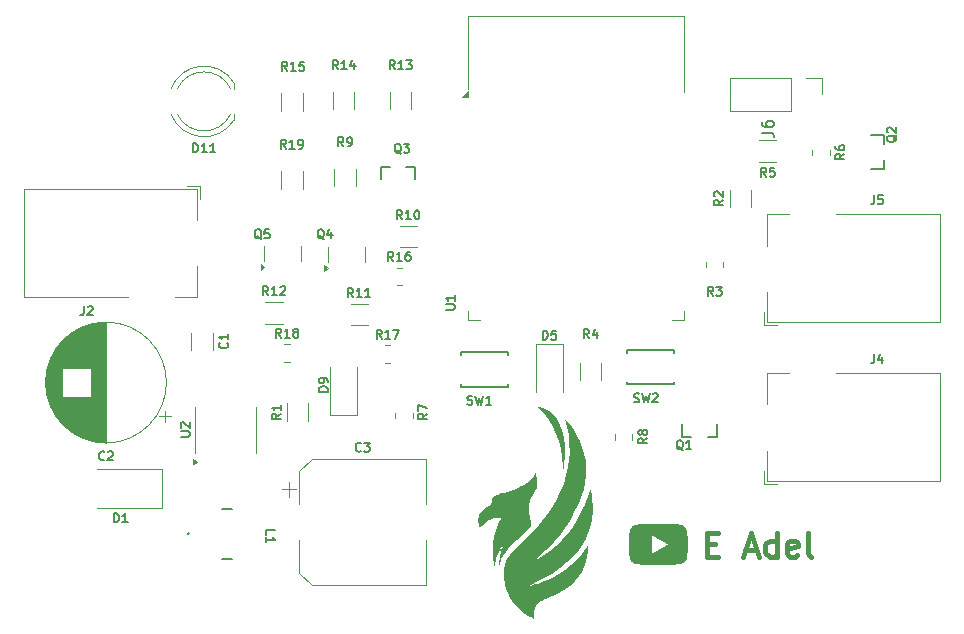
<source format=gbr>
%TF.GenerationSoftware,KiCad,Pcbnew,9.0.2*%
%TF.CreationDate,2025-11-11T23:34:30+02:00*%
%TF.ProjectId,Neon_2x1M_12V,4e656f6e-5f32-4783-914d-5f3132562e6b,REV1_1*%
%TF.SameCoordinates,Original*%
%TF.FileFunction,Legend,Top*%
%TF.FilePolarity,Positive*%
%FSLAX46Y46*%
G04 Gerber Fmt 4.6, Leading zero omitted, Abs format (unit mm)*
G04 Created by KiCad (PCBNEW 9.0.2) date 2025-11-11 23:34:30*
%MOMM*%
%LPD*%
G01*
G04 APERTURE LIST*
%ADD10C,0.400000*%
%ADD11C,0.127000*%
%ADD12C,0.150000*%
%ADD13C,0.120000*%
%ADD14C,0.152400*%
%ADD15C,0.000000*%
G04 APERTURE END LIST*
D10*
X166739347Y-74686819D02*
X167406014Y-74686819D01*
X167691728Y-75734438D02*
X166739347Y-75734438D01*
X166739347Y-75734438D02*
X166739347Y-73734438D01*
X166739347Y-73734438D02*
X167691728Y-73734438D01*
X169977443Y-75163009D02*
X170929824Y-75163009D01*
X169786967Y-75734438D02*
X170453633Y-73734438D01*
X170453633Y-73734438D02*
X171120300Y-75734438D01*
X172644110Y-75734438D02*
X172644110Y-73734438D01*
X172644110Y-75639200D02*
X172453634Y-75734438D01*
X172453634Y-75734438D02*
X172072681Y-75734438D01*
X172072681Y-75734438D02*
X171882205Y-75639200D01*
X171882205Y-75639200D02*
X171786967Y-75543961D01*
X171786967Y-75543961D02*
X171691729Y-75353485D01*
X171691729Y-75353485D02*
X171691729Y-74782057D01*
X171691729Y-74782057D02*
X171786967Y-74591580D01*
X171786967Y-74591580D02*
X171882205Y-74496342D01*
X171882205Y-74496342D02*
X172072681Y-74401104D01*
X172072681Y-74401104D02*
X172453634Y-74401104D01*
X172453634Y-74401104D02*
X172644110Y-74496342D01*
X174358396Y-75639200D02*
X174167920Y-75734438D01*
X174167920Y-75734438D02*
X173786967Y-75734438D01*
X173786967Y-75734438D02*
X173596491Y-75639200D01*
X173596491Y-75639200D02*
X173501253Y-75448723D01*
X173501253Y-75448723D02*
X173501253Y-74686819D01*
X173501253Y-74686819D02*
X173596491Y-74496342D01*
X173596491Y-74496342D02*
X173786967Y-74401104D01*
X173786967Y-74401104D02*
X174167920Y-74401104D01*
X174167920Y-74401104D02*
X174358396Y-74496342D01*
X174358396Y-74496342D02*
X174453634Y-74686819D01*
X174453634Y-74686819D02*
X174453634Y-74877295D01*
X174453634Y-74877295D02*
X173501253Y-75067771D01*
X175596491Y-75734438D02*
X175406015Y-75639200D01*
X175406015Y-75639200D02*
X175310777Y-75448723D01*
X175310777Y-75448723D02*
X175310777Y-73734438D01*
D11*
X139210143Y-57295911D02*
X138956143Y-56933054D01*
X138774714Y-57295911D02*
X138774714Y-56533911D01*
X138774714Y-56533911D02*
X139065000Y-56533911D01*
X139065000Y-56533911D02*
X139137571Y-56570197D01*
X139137571Y-56570197D02*
X139173857Y-56606483D01*
X139173857Y-56606483D02*
X139210143Y-56679054D01*
X139210143Y-56679054D02*
X139210143Y-56787911D01*
X139210143Y-56787911D02*
X139173857Y-56860483D01*
X139173857Y-56860483D02*
X139137571Y-56896768D01*
X139137571Y-56896768D02*
X139065000Y-56933054D01*
X139065000Y-56933054D02*
X138774714Y-56933054D01*
X139935857Y-57295911D02*
X139500428Y-57295911D01*
X139718143Y-57295911D02*
X139718143Y-56533911D01*
X139718143Y-56533911D02*
X139645571Y-56642768D01*
X139645571Y-56642768D02*
X139573000Y-56715340D01*
X139573000Y-56715340D02*
X139500428Y-56751626D01*
X140189857Y-56533911D02*
X140697857Y-56533911D01*
X140697857Y-56533911D02*
X140371285Y-57295911D01*
X129610143Y-53615911D02*
X129356143Y-53253054D01*
X129174714Y-53615911D02*
X129174714Y-52853911D01*
X129174714Y-52853911D02*
X129465000Y-52853911D01*
X129465000Y-52853911D02*
X129537571Y-52890197D01*
X129537571Y-52890197D02*
X129573857Y-52926483D01*
X129573857Y-52926483D02*
X129610143Y-52999054D01*
X129610143Y-52999054D02*
X129610143Y-53107911D01*
X129610143Y-53107911D02*
X129573857Y-53180483D01*
X129573857Y-53180483D02*
X129537571Y-53216768D01*
X129537571Y-53216768D02*
X129465000Y-53253054D01*
X129465000Y-53253054D02*
X129174714Y-53253054D01*
X130335857Y-53615911D02*
X129900428Y-53615911D01*
X130118143Y-53615911D02*
X130118143Y-52853911D01*
X130118143Y-52853911D02*
X130045571Y-52962768D01*
X130045571Y-52962768D02*
X129973000Y-53035340D01*
X129973000Y-53035340D02*
X129900428Y-53071626D01*
X130626142Y-52926483D02*
X130662428Y-52890197D01*
X130662428Y-52890197D02*
X130735000Y-52853911D01*
X130735000Y-52853911D02*
X130916428Y-52853911D01*
X130916428Y-52853911D02*
X130989000Y-52890197D01*
X130989000Y-52890197D02*
X131025285Y-52926483D01*
X131025285Y-52926483D02*
X131061571Y-52999054D01*
X131061571Y-52999054D02*
X131061571Y-53071626D01*
X131061571Y-53071626D02*
X131025285Y-53180483D01*
X131025285Y-53180483D02*
X130589857Y-53615911D01*
X130589857Y-53615911D02*
X131061571Y-53615911D01*
X129454088Y-73873000D02*
X129454088Y-73510143D01*
X129454088Y-73510143D02*
X130216088Y-73510143D01*
X129454088Y-74526143D02*
X129454088Y-74090714D01*
X129454088Y-74308429D02*
X130216088Y-74308429D01*
X130216088Y-74308429D02*
X130107231Y-74235857D01*
X130107231Y-74235857D02*
X130034659Y-74163286D01*
X130034659Y-74163286D02*
X129998374Y-74090714D01*
D12*
X171394819Y-39833333D02*
X172109104Y-39833333D01*
X172109104Y-39833333D02*
X172251961Y-39880952D01*
X172251961Y-39880952D02*
X172347200Y-39976190D01*
X172347200Y-39976190D02*
X172394819Y-40119047D01*
X172394819Y-40119047D02*
X172394819Y-40214285D01*
X171394819Y-38928571D02*
X171394819Y-39119047D01*
X171394819Y-39119047D02*
X171442438Y-39214285D01*
X171442438Y-39214285D02*
X171490057Y-39261904D01*
X171490057Y-39261904D02*
X171632914Y-39357142D01*
X171632914Y-39357142D02*
X171823390Y-39404761D01*
X171823390Y-39404761D02*
X172204342Y-39404761D01*
X172204342Y-39404761D02*
X172299580Y-39357142D01*
X172299580Y-39357142D02*
X172347200Y-39309523D01*
X172347200Y-39309523D02*
X172394819Y-39214285D01*
X172394819Y-39214285D02*
X172394819Y-39023809D01*
X172394819Y-39023809D02*
X172347200Y-38928571D01*
X172347200Y-38928571D02*
X172299580Y-38880952D01*
X172299580Y-38880952D02*
X172204342Y-38833333D01*
X172204342Y-38833333D02*
X171966247Y-38833333D01*
X171966247Y-38833333D02*
X171871009Y-38880952D01*
X171871009Y-38880952D02*
X171823390Y-38928571D01*
X171823390Y-38928571D02*
X171775771Y-39023809D01*
X171775771Y-39023809D02*
X171775771Y-39214285D01*
X171775771Y-39214285D02*
X171823390Y-39309523D01*
X171823390Y-39309523D02*
X171871009Y-39357142D01*
X171871009Y-39357142D02*
X171966247Y-39404761D01*
D11*
X134327428Y-48868483D02*
X134254857Y-48832197D01*
X134254857Y-48832197D02*
X134182285Y-48759626D01*
X134182285Y-48759626D02*
X134073428Y-48650768D01*
X134073428Y-48650768D02*
X134000857Y-48614483D01*
X134000857Y-48614483D02*
X133928285Y-48614483D01*
X133964571Y-48795911D02*
X133892000Y-48759626D01*
X133892000Y-48759626D02*
X133819428Y-48687054D01*
X133819428Y-48687054D02*
X133783142Y-48541911D01*
X133783142Y-48541911D02*
X133783142Y-48287911D01*
X133783142Y-48287911D02*
X133819428Y-48142768D01*
X133819428Y-48142768D02*
X133892000Y-48070197D01*
X133892000Y-48070197D02*
X133964571Y-48033911D01*
X133964571Y-48033911D02*
X134109714Y-48033911D01*
X134109714Y-48033911D02*
X134182285Y-48070197D01*
X134182285Y-48070197D02*
X134254857Y-48142768D01*
X134254857Y-48142768D02*
X134291142Y-48287911D01*
X134291142Y-48287911D02*
X134291142Y-48541911D01*
X134291142Y-48541911D02*
X134254857Y-48687054D01*
X134254857Y-48687054D02*
X134182285Y-48759626D01*
X134182285Y-48759626D02*
X134109714Y-48795911D01*
X134109714Y-48795911D02*
X133964571Y-48795911D01*
X134944286Y-48287911D02*
X134944286Y-48795911D01*
X134762857Y-47997626D02*
X134581428Y-48541911D01*
X134581428Y-48541911D02*
X135053143Y-48541911D01*
X171773000Y-43575911D02*
X171519000Y-43213054D01*
X171337571Y-43575911D02*
X171337571Y-42813911D01*
X171337571Y-42813911D02*
X171627857Y-42813911D01*
X171627857Y-42813911D02*
X171700428Y-42850197D01*
X171700428Y-42850197D02*
X171736714Y-42886483D01*
X171736714Y-42886483D02*
X171773000Y-42959054D01*
X171773000Y-42959054D02*
X171773000Y-43067911D01*
X171773000Y-43067911D02*
X171736714Y-43140483D01*
X171736714Y-43140483D02*
X171700428Y-43176768D01*
X171700428Y-43176768D02*
X171627857Y-43213054D01*
X171627857Y-43213054D02*
X171337571Y-43213054D01*
X172462428Y-42813911D02*
X172099571Y-42813911D01*
X172099571Y-42813911D02*
X172063285Y-43176768D01*
X172063285Y-43176768D02*
X172099571Y-43140483D01*
X172099571Y-43140483D02*
X172172143Y-43104197D01*
X172172143Y-43104197D02*
X172353571Y-43104197D01*
X172353571Y-43104197D02*
X172426143Y-43140483D01*
X172426143Y-43140483D02*
X172462428Y-43176768D01*
X172462428Y-43176768D02*
X172498714Y-43249340D01*
X172498714Y-43249340D02*
X172498714Y-43430768D01*
X172498714Y-43430768D02*
X172462428Y-43503340D01*
X172462428Y-43503340D02*
X172426143Y-43539626D01*
X172426143Y-43539626D02*
X172353571Y-43575911D01*
X172353571Y-43575911D02*
X172172143Y-43575911D01*
X172172143Y-43575911D02*
X172099571Y-43539626D01*
X172099571Y-43539626D02*
X172063285Y-43503340D01*
X168115911Y-45526999D02*
X167753054Y-45780999D01*
X168115911Y-45962428D02*
X167353911Y-45962428D01*
X167353911Y-45962428D02*
X167353911Y-45672142D01*
X167353911Y-45672142D02*
X167390197Y-45599571D01*
X167390197Y-45599571D02*
X167426483Y-45563285D01*
X167426483Y-45563285D02*
X167499054Y-45526999D01*
X167499054Y-45526999D02*
X167607911Y-45526999D01*
X167607911Y-45526999D02*
X167680483Y-45563285D01*
X167680483Y-45563285D02*
X167716768Y-45599571D01*
X167716768Y-45599571D02*
X167753054Y-45672142D01*
X167753054Y-45672142D02*
X167753054Y-45962428D01*
X167426483Y-45236714D02*
X167390197Y-45200428D01*
X167390197Y-45200428D02*
X167353911Y-45127857D01*
X167353911Y-45127857D02*
X167353911Y-44946428D01*
X167353911Y-44946428D02*
X167390197Y-44873857D01*
X167390197Y-44873857D02*
X167426483Y-44837571D01*
X167426483Y-44837571D02*
X167499054Y-44801285D01*
X167499054Y-44801285D02*
X167571626Y-44801285D01*
X167571626Y-44801285D02*
X167680483Y-44837571D01*
X167680483Y-44837571D02*
X168115911Y-45272999D01*
X168115911Y-45272999D02*
X168115911Y-44801285D01*
X122183911Y-65580571D02*
X122800768Y-65580571D01*
X122800768Y-65580571D02*
X122873340Y-65544285D01*
X122873340Y-65544285D02*
X122909626Y-65508000D01*
X122909626Y-65508000D02*
X122945911Y-65435428D01*
X122945911Y-65435428D02*
X122945911Y-65290285D01*
X122945911Y-65290285D02*
X122909626Y-65217714D01*
X122909626Y-65217714D02*
X122873340Y-65181428D01*
X122873340Y-65181428D02*
X122800768Y-65145142D01*
X122800768Y-65145142D02*
X122183911Y-65145142D01*
X122256483Y-64818571D02*
X122220197Y-64782285D01*
X122220197Y-64782285D02*
X122183911Y-64709714D01*
X122183911Y-64709714D02*
X122183911Y-64528285D01*
X122183911Y-64528285D02*
X122220197Y-64455714D01*
X122220197Y-64455714D02*
X122256483Y-64419428D01*
X122256483Y-64419428D02*
X122329054Y-64383142D01*
X122329054Y-64383142D02*
X122401626Y-64383142D01*
X122401626Y-64383142D02*
X122510483Y-64419428D01*
X122510483Y-64419428D02*
X122945911Y-64854856D01*
X122945911Y-64854856D02*
X122945911Y-64383142D01*
X126123340Y-57626999D02*
X126159626Y-57663285D01*
X126159626Y-57663285D02*
X126195911Y-57772142D01*
X126195911Y-57772142D02*
X126195911Y-57844714D01*
X126195911Y-57844714D02*
X126159626Y-57953571D01*
X126159626Y-57953571D02*
X126087054Y-58026142D01*
X126087054Y-58026142D02*
X126014483Y-58062428D01*
X126014483Y-58062428D02*
X125869340Y-58098714D01*
X125869340Y-58098714D02*
X125760483Y-58098714D01*
X125760483Y-58098714D02*
X125615340Y-58062428D01*
X125615340Y-58062428D02*
X125542768Y-58026142D01*
X125542768Y-58026142D02*
X125470197Y-57953571D01*
X125470197Y-57953571D02*
X125433911Y-57844714D01*
X125433911Y-57844714D02*
X125433911Y-57772142D01*
X125433911Y-57772142D02*
X125470197Y-57663285D01*
X125470197Y-57663285D02*
X125506483Y-57626999D01*
X126195911Y-56901285D02*
X126195911Y-57336714D01*
X126195911Y-57118999D02*
X125433911Y-57118999D01*
X125433911Y-57118999D02*
X125542768Y-57191571D01*
X125542768Y-57191571D02*
X125615340Y-57264142D01*
X125615340Y-57264142D02*
X125651626Y-57336714D01*
X130645911Y-63626999D02*
X130283054Y-63880999D01*
X130645911Y-64062428D02*
X129883911Y-64062428D01*
X129883911Y-64062428D02*
X129883911Y-63772142D01*
X129883911Y-63772142D02*
X129920197Y-63699571D01*
X129920197Y-63699571D02*
X129956483Y-63663285D01*
X129956483Y-63663285D02*
X130029054Y-63626999D01*
X130029054Y-63626999D02*
X130137911Y-63626999D01*
X130137911Y-63626999D02*
X130210483Y-63663285D01*
X130210483Y-63663285D02*
X130246768Y-63699571D01*
X130246768Y-63699571D02*
X130283054Y-63772142D01*
X130283054Y-63772142D02*
X130283054Y-64062428D01*
X130645911Y-62901285D02*
X130645911Y-63336714D01*
X130645911Y-63118999D02*
X129883911Y-63118999D01*
X129883911Y-63118999D02*
X129992768Y-63191571D01*
X129992768Y-63191571D02*
X130065340Y-63264142D01*
X130065340Y-63264142D02*
X130101626Y-63336714D01*
X137473000Y-66773340D02*
X137436714Y-66809626D01*
X137436714Y-66809626D02*
X137327857Y-66845911D01*
X137327857Y-66845911D02*
X137255285Y-66845911D01*
X137255285Y-66845911D02*
X137146428Y-66809626D01*
X137146428Y-66809626D02*
X137073857Y-66737054D01*
X137073857Y-66737054D02*
X137037571Y-66664483D01*
X137037571Y-66664483D02*
X137001285Y-66519340D01*
X137001285Y-66519340D02*
X137001285Y-66410483D01*
X137001285Y-66410483D02*
X137037571Y-66265340D01*
X137037571Y-66265340D02*
X137073857Y-66192768D01*
X137073857Y-66192768D02*
X137146428Y-66120197D01*
X137146428Y-66120197D02*
X137255285Y-66083911D01*
X137255285Y-66083911D02*
X137327857Y-66083911D01*
X137327857Y-66083911D02*
X137436714Y-66120197D01*
X137436714Y-66120197D02*
X137473000Y-66156483D01*
X137727000Y-66083911D02*
X138198714Y-66083911D01*
X138198714Y-66083911D02*
X137944714Y-66374197D01*
X137944714Y-66374197D02*
X138053571Y-66374197D01*
X138053571Y-66374197D02*
X138126143Y-66410483D01*
X138126143Y-66410483D02*
X138162428Y-66446768D01*
X138162428Y-66446768D02*
X138198714Y-66519340D01*
X138198714Y-66519340D02*
X138198714Y-66700768D01*
X138198714Y-66700768D02*
X138162428Y-66773340D01*
X138162428Y-66773340D02*
X138126143Y-66809626D01*
X138126143Y-66809626D02*
X138053571Y-66845911D01*
X138053571Y-66845911D02*
X137835857Y-66845911D01*
X137835857Y-66845911D02*
X137763285Y-66809626D01*
X137763285Y-66809626D02*
X137727000Y-66773340D01*
X140210143Y-50695911D02*
X139956143Y-50333054D01*
X139774714Y-50695911D02*
X139774714Y-49933911D01*
X139774714Y-49933911D02*
X140065000Y-49933911D01*
X140065000Y-49933911D02*
X140137571Y-49970197D01*
X140137571Y-49970197D02*
X140173857Y-50006483D01*
X140173857Y-50006483D02*
X140210143Y-50079054D01*
X140210143Y-50079054D02*
X140210143Y-50187911D01*
X140210143Y-50187911D02*
X140173857Y-50260483D01*
X140173857Y-50260483D02*
X140137571Y-50296768D01*
X140137571Y-50296768D02*
X140065000Y-50333054D01*
X140065000Y-50333054D02*
X139774714Y-50333054D01*
X140935857Y-50695911D02*
X140500428Y-50695911D01*
X140718143Y-50695911D02*
X140718143Y-49933911D01*
X140718143Y-49933911D02*
X140645571Y-50042768D01*
X140645571Y-50042768D02*
X140573000Y-50115340D01*
X140573000Y-50115340D02*
X140500428Y-50151626D01*
X141589000Y-49933911D02*
X141443857Y-49933911D01*
X141443857Y-49933911D02*
X141371285Y-49970197D01*
X141371285Y-49970197D02*
X141335000Y-50006483D01*
X141335000Y-50006483D02*
X141262428Y-50115340D01*
X141262428Y-50115340D02*
X141226142Y-50260483D01*
X141226142Y-50260483D02*
X141226142Y-50550768D01*
X141226142Y-50550768D02*
X141262428Y-50623340D01*
X141262428Y-50623340D02*
X141298714Y-50659626D01*
X141298714Y-50659626D02*
X141371285Y-50695911D01*
X141371285Y-50695911D02*
X141516428Y-50695911D01*
X141516428Y-50695911D02*
X141589000Y-50659626D01*
X141589000Y-50659626D02*
X141625285Y-50623340D01*
X141625285Y-50623340D02*
X141661571Y-50550768D01*
X141661571Y-50550768D02*
X141661571Y-50369340D01*
X141661571Y-50369340D02*
X141625285Y-50296768D01*
X141625285Y-50296768D02*
X141589000Y-50260483D01*
X141589000Y-50260483D02*
X141516428Y-50224197D01*
X141516428Y-50224197D02*
X141371285Y-50224197D01*
X141371285Y-50224197D02*
X141298714Y-50260483D01*
X141298714Y-50260483D02*
X141262428Y-50296768D01*
X141262428Y-50296768D02*
X141226142Y-50369340D01*
X152837571Y-57358411D02*
X152837571Y-56596411D01*
X152837571Y-56596411D02*
X153019000Y-56596411D01*
X153019000Y-56596411D02*
X153127857Y-56632697D01*
X153127857Y-56632697D02*
X153200428Y-56705268D01*
X153200428Y-56705268D02*
X153236714Y-56777840D01*
X153236714Y-56777840D02*
X153273000Y-56922983D01*
X153273000Y-56922983D02*
X153273000Y-57031840D01*
X153273000Y-57031840D02*
X153236714Y-57176983D01*
X153236714Y-57176983D02*
X153200428Y-57249554D01*
X153200428Y-57249554D02*
X153127857Y-57322126D01*
X153127857Y-57322126D02*
X153019000Y-57358411D01*
X153019000Y-57358411D02*
X152837571Y-57358411D01*
X153962428Y-56596411D02*
X153599571Y-56596411D01*
X153599571Y-56596411D02*
X153563285Y-56959268D01*
X153563285Y-56959268D02*
X153599571Y-56922983D01*
X153599571Y-56922983D02*
X153672143Y-56886697D01*
X153672143Y-56886697D02*
X153853571Y-56886697D01*
X153853571Y-56886697D02*
X153926143Y-56922983D01*
X153926143Y-56922983D02*
X153962428Y-56959268D01*
X153962428Y-56959268D02*
X153998714Y-57031840D01*
X153998714Y-57031840D02*
X153998714Y-57213268D01*
X153998714Y-57213268D02*
X153962428Y-57285840D01*
X153962428Y-57285840D02*
X153926143Y-57322126D01*
X153926143Y-57322126D02*
X153853571Y-57358411D01*
X153853571Y-57358411D02*
X153672143Y-57358411D01*
X153672143Y-57358411D02*
X153599571Y-57322126D01*
X153599571Y-57322126D02*
X153563285Y-57285840D01*
X140845311Y-41616122D02*
X140772740Y-41579836D01*
X140772740Y-41579836D02*
X140700168Y-41507265D01*
X140700168Y-41507265D02*
X140591311Y-41398407D01*
X140591311Y-41398407D02*
X140518740Y-41362122D01*
X140518740Y-41362122D02*
X140446168Y-41362122D01*
X140482454Y-41543550D02*
X140409883Y-41507265D01*
X140409883Y-41507265D02*
X140337311Y-41434693D01*
X140337311Y-41434693D02*
X140301025Y-41289550D01*
X140301025Y-41289550D02*
X140301025Y-41035550D01*
X140301025Y-41035550D02*
X140337311Y-40890407D01*
X140337311Y-40890407D02*
X140409883Y-40817836D01*
X140409883Y-40817836D02*
X140482454Y-40781550D01*
X140482454Y-40781550D02*
X140627597Y-40781550D01*
X140627597Y-40781550D02*
X140700168Y-40817836D01*
X140700168Y-40817836D02*
X140772740Y-40890407D01*
X140772740Y-40890407D02*
X140809025Y-41035550D01*
X140809025Y-41035550D02*
X140809025Y-41289550D01*
X140809025Y-41289550D02*
X140772740Y-41434693D01*
X140772740Y-41434693D02*
X140700168Y-41507265D01*
X140700168Y-41507265D02*
X140627597Y-41543550D01*
X140627597Y-41543550D02*
X140482454Y-41543550D01*
X141063026Y-40781550D02*
X141534740Y-40781550D01*
X141534740Y-40781550D02*
X141280740Y-41071836D01*
X141280740Y-41071836D02*
X141389597Y-41071836D01*
X141389597Y-41071836D02*
X141462169Y-41108122D01*
X141462169Y-41108122D02*
X141498454Y-41144407D01*
X141498454Y-41144407D02*
X141534740Y-41216979D01*
X141534740Y-41216979D02*
X141534740Y-41398407D01*
X141534740Y-41398407D02*
X141498454Y-41470979D01*
X141498454Y-41470979D02*
X141462169Y-41507265D01*
X141462169Y-41507265D02*
X141389597Y-41543550D01*
X141389597Y-41543550D02*
X141171883Y-41543550D01*
X141171883Y-41543550D02*
X141099311Y-41507265D01*
X141099311Y-41507265D02*
X141063026Y-41470979D01*
X123239714Y-41505911D02*
X123239714Y-40743911D01*
X123239714Y-40743911D02*
X123421143Y-40743911D01*
X123421143Y-40743911D02*
X123530000Y-40780197D01*
X123530000Y-40780197D02*
X123602571Y-40852768D01*
X123602571Y-40852768D02*
X123638857Y-40925340D01*
X123638857Y-40925340D02*
X123675143Y-41070483D01*
X123675143Y-41070483D02*
X123675143Y-41179340D01*
X123675143Y-41179340D02*
X123638857Y-41324483D01*
X123638857Y-41324483D02*
X123602571Y-41397054D01*
X123602571Y-41397054D02*
X123530000Y-41469626D01*
X123530000Y-41469626D02*
X123421143Y-41505911D01*
X123421143Y-41505911D02*
X123239714Y-41505911D01*
X124400857Y-41505911D02*
X123965428Y-41505911D01*
X124183143Y-41505911D02*
X124183143Y-40743911D01*
X124183143Y-40743911D02*
X124110571Y-40852768D01*
X124110571Y-40852768D02*
X124038000Y-40925340D01*
X124038000Y-40925340D02*
X123965428Y-40961626D01*
X125126571Y-41505911D02*
X124691142Y-41505911D01*
X124908857Y-41505911D02*
X124908857Y-40743911D01*
X124908857Y-40743911D02*
X124836285Y-40852768D01*
X124836285Y-40852768D02*
X124763714Y-40925340D01*
X124763714Y-40925340D02*
X124691142Y-40961626D01*
X180896000Y-58591411D02*
X180896000Y-59135697D01*
X180896000Y-59135697D02*
X180859715Y-59244554D01*
X180859715Y-59244554D02*
X180787143Y-59317126D01*
X180787143Y-59317126D02*
X180678286Y-59353411D01*
X180678286Y-59353411D02*
X180605715Y-59353411D01*
X181585429Y-58845411D02*
X181585429Y-59353411D01*
X181404000Y-58555126D02*
X181222571Y-59099411D01*
X181222571Y-59099411D02*
X181694286Y-59099411D01*
X131110143Y-41195911D02*
X130856143Y-40833054D01*
X130674714Y-41195911D02*
X130674714Y-40433911D01*
X130674714Y-40433911D02*
X130965000Y-40433911D01*
X130965000Y-40433911D02*
X131037571Y-40470197D01*
X131037571Y-40470197D02*
X131073857Y-40506483D01*
X131073857Y-40506483D02*
X131110143Y-40579054D01*
X131110143Y-40579054D02*
X131110143Y-40687911D01*
X131110143Y-40687911D02*
X131073857Y-40760483D01*
X131073857Y-40760483D02*
X131037571Y-40796768D01*
X131037571Y-40796768D02*
X130965000Y-40833054D01*
X130965000Y-40833054D02*
X130674714Y-40833054D01*
X131835857Y-41195911D02*
X131400428Y-41195911D01*
X131618143Y-41195911D02*
X131618143Y-40433911D01*
X131618143Y-40433911D02*
X131545571Y-40542768D01*
X131545571Y-40542768D02*
X131473000Y-40615340D01*
X131473000Y-40615340D02*
X131400428Y-40651626D01*
X132198714Y-41195911D02*
X132343857Y-41195911D01*
X132343857Y-41195911D02*
X132416428Y-41159626D01*
X132416428Y-41159626D02*
X132452714Y-41123340D01*
X132452714Y-41123340D02*
X132525285Y-41014483D01*
X132525285Y-41014483D02*
X132561571Y-40869340D01*
X132561571Y-40869340D02*
X132561571Y-40579054D01*
X132561571Y-40579054D02*
X132525285Y-40506483D01*
X132525285Y-40506483D02*
X132489000Y-40470197D01*
X132489000Y-40470197D02*
X132416428Y-40433911D01*
X132416428Y-40433911D02*
X132271285Y-40433911D01*
X132271285Y-40433911D02*
X132198714Y-40470197D01*
X132198714Y-40470197D02*
X132162428Y-40506483D01*
X132162428Y-40506483D02*
X132126142Y-40579054D01*
X132126142Y-40579054D02*
X132126142Y-40760483D01*
X132126142Y-40760483D02*
X132162428Y-40833054D01*
X132162428Y-40833054D02*
X132198714Y-40869340D01*
X132198714Y-40869340D02*
X132271285Y-40905626D01*
X132271285Y-40905626D02*
X132416428Y-40905626D01*
X132416428Y-40905626D02*
X132489000Y-40869340D01*
X132489000Y-40869340D02*
X132525285Y-40833054D01*
X132525285Y-40833054D02*
X132561571Y-40760483D01*
X116537571Y-72845911D02*
X116537571Y-72083911D01*
X116537571Y-72083911D02*
X116719000Y-72083911D01*
X116719000Y-72083911D02*
X116827857Y-72120197D01*
X116827857Y-72120197D02*
X116900428Y-72192768D01*
X116900428Y-72192768D02*
X116936714Y-72265340D01*
X116936714Y-72265340D02*
X116973000Y-72410483D01*
X116973000Y-72410483D02*
X116973000Y-72519340D01*
X116973000Y-72519340D02*
X116936714Y-72664483D01*
X116936714Y-72664483D02*
X116900428Y-72737054D01*
X116900428Y-72737054D02*
X116827857Y-72809626D01*
X116827857Y-72809626D02*
X116719000Y-72845911D01*
X116719000Y-72845911D02*
X116537571Y-72845911D01*
X117698714Y-72845911D02*
X117263285Y-72845911D01*
X117481000Y-72845911D02*
X117481000Y-72083911D01*
X117481000Y-72083911D02*
X117408428Y-72192768D01*
X117408428Y-72192768D02*
X117335857Y-72265340D01*
X117335857Y-72265340D02*
X117263285Y-72301626D01*
X136810143Y-53765911D02*
X136556143Y-53403054D01*
X136374714Y-53765911D02*
X136374714Y-53003911D01*
X136374714Y-53003911D02*
X136665000Y-53003911D01*
X136665000Y-53003911D02*
X136737571Y-53040197D01*
X136737571Y-53040197D02*
X136773857Y-53076483D01*
X136773857Y-53076483D02*
X136810143Y-53149054D01*
X136810143Y-53149054D02*
X136810143Y-53257911D01*
X136810143Y-53257911D02*
X136773857Y-53330483D01*
X136773857Y-53330483D02*
X136737571Y-53366768D01*
X136737571Y-53366768D02*
X136665000Y-53403054D01*
X136665000Y-53403054D02*
X136374714Y-53403054D01*
X137535857Y-53765911D02*
X137100428Y-53765911D01*
X137318143Y-53765911D02*
X137318143Y-53003911D01*
X137318143Y-53003911D02*
X137245571Y-53112768D01*
X137245571Y-53112768D02*
X137173000Y-53185340D01*
X137173000Y-53185340D02*
X137100428Y-53221626D01*
X138261571Y-53765911D02*
X137826142Y-53765911D01*
X138043857Y-53765911D02*
X138043857Y-53003911D01*
X138043857Y-53003911D02*
X137971285Y-53112768D01*
X137971285Y-53112768D02*
X137898714Y-53185340D01*
X137898714Y-53185340D02*
X137826142Y-53221626D01*
X129027428Y-48868483D02*
X128954857Y-48832197D01*
X128954857Y-48832197D02*
X128882285Y-48759626D01*
X128882285Y-48759626D02*
X128773428Y-48650768D01*
X128773428Y-48650768D02*
X128700857Y-48614483D01*
X128700857Y-48614483D02*
X128628285Y-48614483D01*
X128664571Y-48795911D02*
X128592000Y-48759626D01*
X128592000Y-48759626D02*
X128519428Y-48687054D01*
X128519428Y-48687054D02*
X128483142Y-48541911D01*
X128483142Y-48541911D02*
X128483142Y-48287911D01*
X128483142Y-48287911D02*
X128519428Y-48142768D01*
X128519428Y-48142768D02*
X128592000Y-48070197D01*
X128592000Y-48070197D02*
X128664571Y-48033911D01*
X128664571Y-48033911D02*
X128809714Y-48033911D01*
X128809714Y-48033911D02*
X128882285Y-48070197D01*
X128882285Y-48070197D02*
X128954857Y-48142768D01*
X128954857Y-48142768D02*
X128991142Y-48287911D01*
X128991142Y-48287911D02*
X128991142Y-48541911D01*
X128991142Y-48541911D02*
X128954857Y-48687054D01*
X128954857Y-48687054D02*
X128882285Y-48759626D01*
X128882285Y-48759626D02*
X128809714Y-48795911D01*
X128809714Y-48795911D02*
X128664571Y-48795911D01*
X129680571Y-48033911D02*
X129317714Y-48033911D01*
X129317714Y-48033911D02*
X129281428Y-48396768D01*
X129281428Y-48396768D02*
X129317714Y-48360483D01*
X129317714Y-48360483D02*
X129390286Y-48324197D01*
X129390286Y-48324197D02*
X129571714Y-48324197D01*
X129571714Y-48324197D02*
X129644286Y-48360483D01*
X129644286Y-48360483D02*
X129680571Y-48396768D01*
X129680571Y-48396768D02*
X129716857Y-48469340D01*
X129716857Y-48469340D02*
X129716857Y-48650768D01*
X129716857Y-48650768D02*
X129680571Y-48723340D01*
X129680571Y-48723340D02*
X129644286Y-48759626D01*
X129644286Y-48759626D02*
X129571714Y-48795911D01*
X129571714Y-48795911D02*
X129390286Y-48795911D01*
X129390286Y-48795911D02*
X129317714Y-48759626D01*
X129317714Y-48759626D02*
X129281428Y-48723340D01*
X180896000Y-45133911D02*
X180896000Y-45678197D01*
X180896000Y-45678197D02*
X180859715Y-45787054D01*
X180859715Y-45787054D02*
X180787143Y-45859626D01*
X180787143Y-45859626D02*
X180678286Y-45895911D01*
X180678286Y-45895911D02*
X180605715Y-45895911D01*
X181621714Y-45133911D02*
X181258857Y-45133911D01*
X181258857Y-45133911D02*
X181222571Y-45496768D01*
X181222571Y-45496768D02*
X181258857Y-45460483D01*
X181258857Y-45460483D02*
X181331429Y-45424197D01*
X181331429Y-45424197D02*
X181512857Y-45424197D01*
X181512857Y-45424197D02*
X181585429Y-45460483D01*
X181585429Y-45460483D02*
X181621714Y-45496768D01*
X181621714Y-45496768D02*
X181658000Y-45569340D01*
X181658000Y-45569340D02*
X181658000Y-45750768D01*
X181658000Y-45750768D02*
X181621714Y-45823340D01*
X181621714Y-45823340D02*
X181585429Y-45859626D01*
X181585429Y-45859626D02*
X181512857Y-45895911D01*
X181512857Y-45895911D02*
X181331429Y-45895911D01*
X181331429Y-45895911D02*
X181258857Y-45859626D01*
X181258857Y-45859626D02*
X181222571Y-45823340D01*
X135973000Y-40995911D02*
X135719000Y-40633054D01*
X135537571Y-40995911D02*
X135537571Y-40233911D01*
X135537571Y-40233911D02*
X135827857Y-40233911D01*
X135827857Y-40233911D02*
X135900428Y-40270197D01*
X135900428Y-40270197D02*
X135936714Y-40306483D01*
X135936714Y-40306483D02*
X135973000Y-40379054D01*
X135973000Y-40379054D02*
X135973000Y-40487911D01*
X135973000Y-40487911D02*
X135936714Y-40560483D01*
X135936714Y-40560483D02*
X135900428Y-40596768D01*
X135900428Y-40596768D02*
X135827857Y-40633054D01*
X135827857Y-40633054D02*
X135537571Y-40633054D01*
X136335857Y-40995911D02*
X136481000Y-40995911D01*
X136481000Y-40995911D02*
X136553571Y-40959626D01*
X136553571Y-40959626D02*
X136589857Y-40923340D01*
X136589857Y-40923340D02*
X136662428Y-40814483D01*
X136662428Y-40814483D02*
X136698714Y-40669340D01*
X136698714Y-40669340D02*
X136698714Y-40379054D01*
X136698714Y-40379054D02*
X136662428Y-40306483D01*
X136662428Y-40306483D02*
X136626143Y-40270197D01*
X136626143Y-40270197D02*
X136553571Y-40233911D01*
X136553571Y-40233911D02*
X136408428Y-40233911D01*
X136408428Y-40233911D02*
X136335857Y-40270197D01*
X136335857Y-40270197D02*
X136299571Y-40306483D01*
X136299571Y-40306483D02*
X136263285Y-40379054D01*
X136263285Y-40379054D02*
X136263285Y-40560483D01*
X136263285Y-40560483D02*
X136299571Y-40633054D01*
X136299571Y-40633054D02*
X136335857Y-40669340D01*
X136335857Y-40669340D02*
X136408428Y-40705626D01*
X136408428Y-40705626D02*
X136553571Y-40705626D01*
X136553571Y-40705626D02*
X136626143Y-40669340D01*
X136626143Y-40669340D02*
X136662428Y-40633054D01*
X136662428Y-40633054D02*
X136698714Y-40560483D01*
X143045911Y-63626999D02*
X142683054Y-63880999D01*
X143045911Y-64062428D02*
X142283911Y-64062428D01*
X142283911Y-64062428D02*
X142283911Y-63772142D01*
X142283911Y-63772142D02*
X142320197Y-63699571D01*
X142320197Y-63699571D02*
X142356483Y-63663285D01*
X142356483Y-63663285D02*
X142429054Y-63626999D01*
X142429054Y-63626999D02*
X142537911Y-63626999D01*
X142537911Y-63626999D02*
X142610483Y-63663285D01*
X142610483Y-63663285D02*
X142646768Y-63699571D01*
X142646768Y-63699571D02*
X142683054Y-63772142D01*
X142683054Y-63772142D02*
X142683054Y-64062428D01*
X142283911Y-63372999D02*
X142283911Y-62864999D01*
X142283911Y-62864999D02*
X143045911Y-63191571D01*
X135510143Y-34495911D02*
X135256143Y-34133054D01*
X135074714Y-34495911D02*
X135074714Y-33733911D01*
X135074714Y-33733911D02*
X135365000Y-33733911D01*
X135365000Y-33733911D02*
X135437571Y-33770197D01*
X135437571Y-33770197D02*
X135473857Y-33806483D01*
X135473857Y-33806483D02*
X135510143Y-33879054D01*
X135510143Y-33879054D02*
X135510143Y-33987911D01*
X135510143Y-33987911D02*
X135473857Y-34060483D01*
X135473857Y-34060483D02*
X135437571Y-34096768D01*
X135437571Y-34096768D02*
X135365000Y-34133054D01*
X135365000Y-34133054D02*
X135074714Y-34133054D01*
X136235857Y-34495911D02*
X135800428Y-34495911D01*
X136018143Y-34495911D02*
X136018143Y-33733911D01*
X136018143Y-33733911D02*
X135945571Y-33842768D01*
X135945571Y-33842768D02*
X135873000Y-33915340D01*
X135873000Y-33915340D02*
X135800428Y-33951626D01*
X136889000Y-33987911D02*
X136889000Y-34495911D01*
X136707571Y-33697626D02*
X136526142Y-34241911D01*
X136526142Y-34241911D02*
X136997857Y-34241911D01*
X134645911Y-61762428D02*
X133883911Y-61762428D01*
X133883911Y-61762428D02*
X133883911Y-61580999D01*
X133883911Y-61580999D02*
X133920197Y-61472142D01*
X133920197Y-61472142D02*
X133992768Y-61399571D01*
X133992768Y-61399571D02*
X134065340Y-61363285D01*
X134065340Y-61363285D02*
X134210483Y-61326999D01*
X134210483Y-61326999D02*
X134319340Y-61326999D01*
X134319340Y-61326999D02*
X134464483Y-61363285D01*
X134464483Y-61363285D02*
X134537054Y-61399571D01*
X134537054Y-61399571D02*
X134609626Y-61472142D01*
X134609626Y-61472142D02*
X134645911Y-61580999D01*
X134645911Y-61580999D02*
X134645911Y-61762428D01*
X134645911Y-60964142D02*
X134645911Y-60818999D01*
X134645911Y-60818999D02*
X134609626Y-60746428D01*
X134609626Y-60746428D02*
X134573340Y-60710142D01*
X134573340Y-60710142D02*
X134464483Y-60637571D01*
X134464483Y-60637571D02*
X134319340Y-60601285D01*
X134319340Y-60601285D02*
X134029054Y-60601285D01*
X134029054Y-60601285D02*
X133956483Y-60637571D01*
X133956483Y-60637571D02*
X133920197Y-60673857D01*
X133920197Y-60673857D02*
X133883911Y-60746428D01*
X133883911Y-60746428D02*
X133883911Y-60891571D01*
X133883911Y-60891571D02*
X133920197Y-60964142D01*
X133920197Y-60964142D02*
X133956483Y-61000428D01*
X133956483Y-61000428D02*
X134029054Y-61036714D01*
X134029054Y-61036714D02*
X134210483Y-61036714D01*
X134210483Y-61036714D02*
X134283054Y-61000428D01*
X134283054Y-61000428D02*
X134319340Y-60964142D01*
X134319340Y-60964142D02*
X134355626Y-60891571D01*
X134355626Y-60891571D02*
X134355626Y-60746428D01*
X134355626Y-60746428D02*
X134319340Y-60673857D01*
X134319340Y-60673857D02*
X134283054Y-60637571D01*
X134283054Y-60637571D02*
X134210483Y-60601285D01*
X178395911Y-41626999D02*
X178033054Y-41880999D01*
X178395911Y-42062428D02*
X177633911Y-42062428D01*
X177633911Y-42062428D02*
X177633911Y-41772142D01*
X177633911Y-41772142D02*
X177670197Y-41699571D01*
X177670197Y-41699571D02*
X177706483Y-41663285D01*
X177706483Y-41663285D02*
X177779054Y-41626999D01*
X177779054Y-41626999D02*
X177887911Y-41626999D01*
X177887911Y-41626999D02*
X177960483Y-41663285D01*
X177960483Y-41663285D02*
X177996768Y-41699571D01*
X177996768Y-41699571D02*
X178033054Y-41772142D01*
X178033054Y-41772142D02*
X178033054Y-42062428D01*
X177633911Y-40973857D02*
X177633911Y-41118999D01*
X177633911Y-41118999D02*
X177670197Y-41191571D01*
X177670197Y-41191571D02*
X177706483Y-41227857D01*
X177706483Y-41227857D02*
X177815340Y-41300428D01*
X177815340Y-41300428D02*
X177960483Y-41336714D01*
X177960483Y-41336714D02*
X178250768Y-41336714D01*
X178250768Y-41336714D02*
X178323340Y-41300428D01*
X178323340Y-41300428D02*
X178359626Y-41264142D01*
X178359626Y-41264142D02*
X178395911Y-41191571D01*
X178395911Y-41191571D02*
X178395911Y-41046428D01*
X178395911Y-41046428D02*
X178359626Y-40973857D01*
X178359626Y-40973857D02*
X178323340Y-40937571D01*
X178323340Y-40937571D02*
X178250768Y-40901285D01*
X178250768Y-40901285D02*
X178069340Y-40901285D01*
X178069340Y-40901285D02*
X177996768Y-40937571D01*
X177996768Y-40937571D02*
X177960483Y-40973857D01*
X177960483Y-40973857D02*
X177924197Y-41046428D01*
X177924197Y-41046428D02*
X177924197Y-41191571D01*
X177924197Y-41191571D02*
X177960483Y-41264142D01*
X177960483Y-41264142D02*
X177996768Y-41300428D01*
X177996768Y-41300428D02*
X178069340Y-41336714D01*
X131210143Y-34595911D02*
X130956143Y-34233054D01*
X130774714Y-34595911D02*
X130774714Y-33833911D01*
X130774714Y-33833911D02*
X131065000Y-33833911D01*
X131065000Y-33833911D02*
X131137571Y-33870197D01*
X131137571Y-33870197D02*
X131173857Y-33906483D01*
X131173857Y-33906483D02*
X131210143Y-33979054D01*
X131210143Y-33979054D02*
X131210143Y-34087911D01*
X131210143Y-34087911D02*
X131173857Y-34160483D01*
X131173857Y-34160483D02*
X131137571Y-34196768D01*
X131137571Y-34196768D02*
X131065000Y-34233054D01*
X131065000Y-34233054D02*
X130774714Y-34233054D01*
X131935857Y-34595911D02*
X131500428Y-34595911D01*
X131718143Y-34595911D02*
X131718143Y-33833911D01*
X131718143Y-33833911D02*
X131645571Y-33942768D01*
X131645571Y-33942768D02*
X131573000Y-34015340D01*
X131573000Y-34015340D02*
X131500428Y-34051626D01*
X132625285Y-33833911D02*
X132262428Y-33833911D01*
X132262428Y-33833911D02*
X132226142Y-34196768D01*
X132226142Y-34196768D02*
X132262428Y-34160483D01*
X132262428Y-34160483D02*
X132335000Y-34124197D01*
X132335000Y-34124197D02*
X132516428Y-34124197D01*
X132516428Y-34124197D02*
X132589000Y-34160483D01*
X132589000Y-34160483D02*
X132625285Y-34196768D01*
X132625285Y-34196768D02*
X132661571Y-34269340D01*
X132661571Y-34269340D02*
X132661571Y-34450768D01*
X132661571Y-34450768D02*
X132625285Y-34523340D01*
X132625285Y-34523340D02*
X132589000Y-34559626D01*
X132589000Y-34559626D02*
X132516428Y-34595911D01*
X132516428Y-34595911D02*
X132335000Y-34595911D01*
X132335000Y-34595911D02*
X132262428Y-34559626D01*
X132262428Y-34559626D02*
X132226142Y-34523340D01*
X130710143Y-57195911D02*
X130456143Y-56833054D01*
X130274714Y-57195911D02*
X130274714Y-56433911D01*
X130274714Y-56433911D02*
X130565000Y-56433911D01*
X130565000Y-56433911D02*
X130637571Y-56470197D01*
X130637571Y-56470197D02*
X130673857Y-56506483D01*
X130673857Y-56506483D02*
X130710143Y-56579054D01*
X130710143Y-56579054D02*
X130710143Y-56687911D01*
X130710143Y-56687911D02*
X130673857Y-56760483D01*
X130673857Y-56760483D02*
X130637571Y-56796768D01*
X130637571Y-56796768D02*
X130565000Y-56833054D01*
X130565000Y-56833054D02*
X130274714Y-56833054D01*
X131435857Y-57195911D02*
X131000428Y-57195911D01*
X131218143Y-57195911D02*
X131218143Y-56433911D01*
X131218143Y-56433911D02*
X131145571Y-56542768D01*
X131145571Y-56542768D02*
X131073000Y-56615340D01*
X131073000Y-56615340D02*
X131000428Y-56651626D01*
X131871285Y-56760483D02*
X131798714Y-56724197D01*
X131798714Y-56724197D02*
X131762428Y-56687911D01*
X131762428Y-56687911D02*
X131726142Y-56615340D01*
X131726142Y-56615340D02*
X131726142Y-56579054D01*
X131726142Y-56579054D02*
X131762428Y-56506483D01*
X131762428Y-56506483D02*
X131798714Y-56470197D01*
X131798714Y-56470197D02*
X131871285Y-56433911D01*
X131871285Y-56433911D02*
X132016428Y-56433911D01*
X132016428Y-56433911D02*
X132089000Y-56470197D01*
X132089000Y-56470197D02*
X132125285Y-56506483D01*
X132125285Y-56506483D02*
X132161571Y-56579054D01*
X132161571Y-56579054D02*
X132161571Y-56615340D01*
X132161571Y-56615340D02*
X132125285Y-56687911D01*
X132125285Y-56687911D02*
X132089000Y-56724197D01*
X132089000Y-56724197D02*
X132016428Y-56760483D01*
X132016428Y-56760483D02*
X131871285Y-56760483D01*
X131871285Y-56760483D02*
X131798714Y-56796768D01*
X131798714Y-56796768D02*
X131762428Y-56833054D01*
X131762428Y-56833054D02*
X131726142Y-56905626D01*
X131726142Y-56905626D02*
X131726142Y-57050768D01*
X131726142Y-57050768D02*
X131762428Y-57123340D01*
X131762428Y-57123340D02*
X131798714Y-57159626D01*
X131798714Y-57159626D02*
X131871285Y-57195911D01*
X131871285Y-57195911D02*
X132016428Y-57195911D01*
X132016428Y-57195911D02*
X132089000Y-57159626D01*
X132089000Y-57159626D02*
X132125285Y-57123340D01*
X132125285Y-57123340D02*
X132161571Y-57050768D01*
X132161571Y-57050768D02*
X132161571Y-56905626D01*
X132161571Y-56905626D02*
X132125285Y-56833054D01*
X132125285Y-56833054D02*
X132089000Y-56796768D01*
X132089000Y-56796768D02*
X132016428Y-56760483D01*
X156773000Y-57245911D02*
X156519000Y-56883054D01*
X156337571Y-57245911D02*
X156337571Y-56483911D01*
X156337571Y-56483911D02*
X156627857Y-56483911D01*
X156627857Y-56483911D02*
X156700428Y-56520197D01*
X156700428Y-56520197D02*
X156736714Y-56556483D01*
X156736714Y-56556483D02*
X156773000Y-56629054D01*
X156773000Y-56629054D02*
X156773000Y-56737911D01*
X156773000Y-56737911D02*
X156736714Y-56810483D01*
X156736714Y-56810483D02*
X156700428Y-56846768D01*
X156700428Y-56846768D02*
X156627857Y-56883054D01*
X156627857Y-56883054D02*
X156337571Y-56883054D01*
X157426143Y-56737911D02*
X157426143Y-57245911D01*
X157244714Y-56447626D02*
X157063285Y-56991911D01*
X157063285Y-56991911D02*
X157535000Y-56991911D01*
X164727428Y-66718483D02*
X164654857Y-66682197D01*
X164654857Y-66682197D02*
X164582285Y-66609626D01*
X164582285Y-66609626D02*
X164473428Y-66500768D01*
X164473428Y-66500768D02*
X164400857Y-66464483D01*
X164400857Y-66464483D02*
X164328285Y-66464483D01*
X164364571Y-66645911D02*
X164292000Y-66609626D01*
X164292000Y-66609626D02*
X164219428Y-66537054D01*
X164219428Y-66537054D02*
X164183142Y-66391911D01*
X164183142Y-66391911D02*
X164183142Y-66137911D01*
X164183142Y-66137911D02*
X164219428Y-65992768D01*
X164219428Y-65992768D02*
X164292000Y-65920197D01*
X164292000Y-65920197D02*
X164364571Y-65883911D01*
X164364571Y-65883911D02*
X164509714Y-65883911D01*
X164509714Y-65883911D02*
X164582285Y-65920197D01*
X164582285Y-65920197D02*
X164654857Y-65992768D01*
X164654857Y-65992768D02*
X164691142Y-66137911D01*
X164691142Y-66137911D02*
X164691142Y-66391911D01*
X164691142Y-66391911D02*
X164654857Y-66537054D01*
X164654857Y-66537054D02*
X164582285Y-66609626D01*
X164582285Y-66609626D02*
X164509714Y-66645911D01*
X164509714Y-66645911D02*
X164364571Y-66645911D01*
X165416857Y-66645911D02*
X164981428Y-66645911D01*
X165199143Y-66645911D02*
X165199143Y-65883911D01*
X165199143Y-65883911D02*
X165126571Y-65992768D01*
X165126571Y-65992768D02*
X165054000Y-66065340D01*
X165054000Y-66065340D02*
X164981428Y-66101626D01*
X140310143Y-34495911D02*
X140056143Y-34133054D01*
X139874714Y-34495911D02*
X139874714Y-33733911D01*
X139874714Y-33733911D02*
X140165000Y-33733911D01*
X140165000Y-33733911D02*
X140237571Y-33770197D01*
X140237571Y-33770197D02*
X140273857Y-33806483D01*
X140273857Y-33806483D02*
X140310143Y-33879054D01*
X140310143Y-33879054D02*
X140310143Y-33987911D01*
X140310143Y-33987911D02*
X140273857Y-34060483D01*
X140273857Y-34060483D02*
X140237571Y-34096768D01*
X140237571Y-34096768D02*
X140165000Y-34133054D01*
X140165000Y-34133054D02*
X139874714Y-34133054D01*
X141035857Y-34495911D02*
X140600428Y-34495911D01*
X140818143Y-34495911D02*
X140818143Y-33733911D01*
X140818143Y-33733911D02*
X140745571Y-33842768D01*
X140745571Y-33842768D02*
X140673000Y-33915340D01*
X140673000Y-33915340D02*
X140600428Y-33951626D01*
X141289857Y-33733911D02*
X141761571Y-33733911D01*
X141761571Y-33733911D02*
X141507571Y-34024197D01*
X141507571Y-34024197D02*
X141616428Y-34024197D01*
X141616428Y-34024197D02*
X141689000Y-34060483D01*
X141689000Y-34060483D02*
X141725285Y-34096768D01*
X141725285Y-34096768D02*
X141761571Y-34169340D01*
X141761571Y-34169340D02*
X141761571Y-34350768D01*
X141761571Y-34350768D02*
X141725285Y-34423340D01*
X141725285Y-34423340D02*
X141689000Y-34459626D01*
X141689000Y-34459626D02*
X141616428Y-34495911D01*
X141616428Y-34495911D02*
X141398714Y-34495911D01*
X141398714Y-34495911D02*
X141326142Y-34459626D01*
X141326142Y-34459626D02*
X141289857Y-34423340D01*
X160559000Y-62644626D02*
X160667858Y-62680911D01*
X160667858Y-62680911D02*
X160849286Y-62680911D01*
X160849286Y-62680911D02*
X160921858Y-62644626D01*
X160921858Y-62644626D02*
X160958143Y-62608340D01*
X160958143Y-62608340D02*
X160994429Y-62535768D01*
X160994429Y-62535768D02*
X160994429Y-62463197D01*
X160994429Y-62463197D02*
X160958143Y-62390626D01*
X160958143Y-62390626D02*
X160921858Y-62354340D01*
X160921858Y-62354340D02*
X160849286Y-62318054D01*
X160849286Y-62318054D02*
X160704143Y-62281768D01*
X160704143Y-62281768D02*
X160631572Y-62245483D01*
X160631572Y-62245483D02*
X160595286Y-62209197D01*
X160595286Y-62209197D02*
X160559000Y-62136626D01*
X160559000Y-62136626D02*
X160559000Y-62064054D01*
X160559000Y-62064054D02*
X160595286Y-61991483D01*
X160595286Y-61991483D02*
X160631572Y-61955197D01*
X160631572Y-61955197D02*
X160704143Y-61918911D01*
X160704143Y-61918911D02*
X160885572Y-61918911D01*
X160885572Y-61918911D02*
X160994429Y-61955197D01*
X161248429Y-61918911D02*
X161429857Y-62680911D01*
X161429857Y-62680911D02*
X161575000Y-62136626D01*
X161575000Y-62136626D02*
X161720143Y-62680911D01*
X161720143Y-62680911D02*
X161901572Y-61918911D01*
X162155571Y-61991483D02*
X162191857Y-61955197D01*
X162191857Y-61955197D02*
X162264429Y-61918911D01*
X162264429Y-61918911D02*
X162445857Y-61918911D01*
X162445857Y-61918911D02*
X162518429Y-61955197D01*
X162518429Y-61955197D02*
X162554714Y-61991483D01*
X162554714Y-61991483D02*
X162591000Y-62064054D01*
X162591000Y-62064054D02*
X162591000Y-62136626D01*
X162591000Y-62136626D02*
X162554714Y-62245483D01*
X162554714Y-62245483D02*
X162119286Y-62680911D01*
X162119286Y-62680911D02*
X162591000Y-62680911D01*
X113996000Y-54533911D02*
X113996000Y-55078197D01*
X113996000Y-55078197D02*
X113959715Y-55187054D01*
X113959715Y-55187054D02*
X113887143Y-55259626D01*
X113887143Y-55259626D02*
X113778286Y-55295911D01*
X113778286Y-55295911D02*
X113705715Y-55295911D01*
X114322571Y-54606483D02*
X114358857Y-54570197D01*
X114358857Y-54570197D02*
X114431429Y-54533911D01*
X114431429Y-54533911D02*
X114612857Y-54533911D01*
X114612857Y-54533911D02*
X114685429Y-54570197D01*
X114685429Y-54570197D02*
X114721714Y-54606483D01*
X114721714Y-54606483D02*
X114758000Y-54679054D01*
X114758000Y-54679054D02*
X114758000Y-54751626D01*
X114758000Y-54751626D02*
X114721714Y-54860483D01*
X114721714Y-54860483D02*
X114286286Y-55295911D01*
X114286286Y-55295911D02*
X114758000Y-55295911D01*
X161695911Y-65726999D02*
X161333054Y-65980999D01*
X161695911Y-66162428D02*
X160933911Y-66162428D01*
X160933911Y-66162428D02*
X160933911Y-65872142D01*
X160933911Y-65872142D02*
X160970197Y-65799571D01*
X160970197Y-65799571D02*
X161006483Y-65763285D01*
X161006483Y-65763285D02*
X161079054Y-65726999D01*
X161079054Y-65726999D02*
X161187911Y-65726999D01*
X161187911Y-65726999D02*
X161260483Y-65763285D01*
X161260483Y-65763285D02*
X161296768Y-65799571D01*
X161296768Y-65799571D02*
X161333054Y-65872142D01*
X161333054Y-65872142D02*
X161333054Y-66162428D01*
X161260483Y-65291571D02*
X161224197Y-65364142D01*
X161224197Y-65364142D02*
X161187911Y-65400428D01*
X161187911Y-65400428D02*
X161115340Y-65436714D01*
X161115340Y-65436714D02*
X161079054Y-65436714D01*
X161079054Y-65436714D02*
X161006483Y-65400428D01*
X161006483Y-65400428D02*
X160970197Y-65364142D01*
X160970197Y-65364142D02*
X160933911Y-65291571D01*
X160933911Y-65291571D02*
X160933911Y-65146428D01*
X160933911Y-65146428D02*
X160970197Y-65073857D01*
X160970197Y-65073857D02*
X161006483Y-65037571D01*
X161006483Y-65037571D02*
X161079054Y-65001285D01*
X161079054Y-65001285D02*
X161115340Y-65001285D01*
X161115340Y-65001285D02*
X161187911Y-65037571D01*
X161187911Y-65037571D02*
X161224197Y-65073857D01*
X161224197Y-65073857D02*
X161260483Y-65146428D01*
X161260483Y-65146428D02*
X161260483Y-65291571D01*
X161260483Y-65291571D02*
X161296768Y-65364142D01*
X161296768Y-65364142D02*
X161333054Y-65400428D01*
X161333054Y-65400428D02*
X161405626Y-65436714D01*
X161405626Y-65436714D02*
X161550768Y-65436714D01*
X161550768Y-65436714D02*
X161623340Y-65400428D01*
X161623340Y-65400428D02*
X161659626Y-65364142D01*
X161659626Y-65364142D02*
X161695911Y-65291571D01*
X161695911Y-65291571D02*
X161695911Y-65146428D01*
X161695911Y-65146428D02*
X161659626Y-65073857D01*
X161659626Y-65073857D02*
X161623340Y-65037571D01*
X161623340Y-65037571D02*
X161550768Y-65001285D01*
X161550768Y-65001285D02*
X161405626Y-65001285D01*
X161405626Y-65001285D02*
X161333054Y-65037571D01*
X161333054Y-65037571D02*
X161296768Y-65073857D01*
X161296768Y-65073857D02*
X161260483Y-65146428D01*
X140960143Y-47165911D02*
X140706143Y-46803054D01*
X140524714Y-47165911D02*
X140524714Y-46403911D01*
X140524714Y-46403911D02*
X140815000Y-46403911D01*
X140815000Y-46403911D02*
X140887571Y-46440197D01*
X140887571Y-46440197D02*
X140923857Y-46476483D01*
X140923857Y-46476483D02*
X140960143Y-46549054D01*
X140960143Y-46549054D02*
X140960143Y-46657911D01*
X140960143Y-46657911D02*
X140923857Y-46730483D01*
X140923857Y-46730483D02*
X140887571Y-46766768D01*
X140887571Y-46766768D02*
X140815000Y-46803054D01*
X140815000Y-46803054D02*
X140524714Y-46803054D01*
X141685857Y-47165911D02*
X141250428Y-47165911D01*
X141468143Y-47165911D02*
X141468143Y-46403911D01*
X141468143Y-46403911D02*
X141395571Y-46512768D01*
X141395571Y-46512768D02*
X141323000Y-46585340D01*
X141323000Y-46585340D02*
X141250428Y-46621626D01*
X142157571Y-46403911D02*
X142230142Y-46403911D01*
X142230142Y-46403911D02*
X142302714Y-46440197D01*
X142302714Y-46440197D02*
X142339000Y-46476483D01*
X142339000Y-46476483D02*
X142375285Y-46549054D01*
X142375285Y-46549054D02*
X142411571Y-46694197D01*
X142411571Y-46694197D02*
X142411571Y-46875626D01*
X142411571Y-46875626D02*
X142375285Y-47020768D01*
X142375285Y-47020768D02*
X142339000Y-47093340D01*
X142339000Y-47093340D02*
X142302714Y-47129626D01*
X142302714Y-47129626D02*
X142230142Y-47165911D01*
X142230142Y-47165911D02*
X142157571Y-47165911D01*
X142157571Y-47165911D02*
X142085000Y-47129626D01*
X142085000Y-47129626D02*
X142048714Y-47093340D01*
X142048714Y-47093340D02*
X142012428Y-47020768D01*
X142012428Y-47020768D02*
X141976142Y-46875626D01*
X141976142Y-46875626D02*
X141976142Y-46694197D01*
X141976142Y-46694197D02*
X142012428Y-46549054D01*
X142012428Y-46549054D02*
X142048714Y-46476483D01*
X142048714Y-46476483D02*
X142085000Y-46440197D01*
X142085000Y-46440197D02*
X142157571Y-46403911D01*
X115740677Y-67523340D02*
X115704391Y-67559626D01*
X115704391Y-67559626D02*
X115595534Y-67595911D01*
X115595534Y-67595911D02*
X115522962Y-67595911D01*
X115522962Y-67595911D02*
X115414105Y-67559626D01*
X115414105Y-67559626D02*
X115341534Y-67487054D01*
X115341534Y-67487054D02*
X115305248Y-67414483D01*
X115305248Y-67414483D02*
X115268962Y-67269340D01*
X115268962Y-67269340D02*
X115268962Y-67160483D01*
X115268962Y-67160483D02*
X115305248Y-67015340D01*
X115305248Y-67015340D02*
X115341534Y-66942768D01*
X115341534Y-66942768D02*
X115414105Y-66870197D01*
X115414105Y-66870197D02*
X115522962Y-66833911D01*
X115522962Y-66833911D02*
X115595534Y-66833911D01*
X115595534Y-66833911D02*
X115704391Y-66870197D01*
X115704391Y-66870197D02*
X115740677Y-66906483D01*
X116030962Y-66906483D02*
X116067248Y-66870197D01*
X116067248Y-66870197D02*
X116139820Y-66833911D01*
X116139820Y-66833911D02*
X116321248Y-66833911D01*
X116321248Y-66833911D02*
X116393820Y-66870197D01*
X116393820Y-66870197D02*
X116430105Y-66906483D01*
X116430105Y-66906483D02*
X116466391Y-66979054D01*
X116466391Y-66979054D02*
X116466391Y-67051626D01*
X116466391Y-67051626D02*
X116430105Y-67160483D01*
X116430105Y-67160483D02*
X115994677Y-67595911D01*
X115994677Y-67595911D02*
X116466391Y-67595911D01*
X182818483Y-40072571D02*
X182782197Y-40145142D01*
X182782197Y-40145142D02*
X182709626Y-40217714D01*
X182709626Y-40217714D02*
X182600768Y-40326571D01*
X182600768Y-40326571D02*
X182564483Y-40399142D01*
X182564483Y-40399142D02*
X182564483Y-40471714D01*
X182745911Y-40435428D02*
X182709626Y-40508000D01*
X182709626Y-40508000D02*
X182637054Y-40580571D01*
X182637054Y-40580571D02*
X182491911Y-40616857D01*
X182491911Y-40616857D02*
X182237911Y-40616857D01*
X182237911Y-40616857D02*
X182092768Y-40580571D01*
X182092768Y-40580571D02*
X182020197Y-40508000D01*
X182020197Y-40508000D02*
X181983911Y-40435428D01*
X181983911Y-40435428D02*
X181983911Y-40290285D01*
X181983911Y-40290285D02*
X182020197Y-40217714D01*
X182020197Y-40217714D02*
X182092768Y-40145142D01*
X182092768Y-40145142D02*
X182237911Y-40108857D01*
X182237911Y-40108857D02*
X182491911Y-40108857D01*
X182491911Y-40108857D02*
X182637054Y-40145142D01*
X182637054Y-40145142D02*
X182709626Y-40217714D01*
X182709626Y-40217714D02*
X182745911Y-40290285D01*
X182745911Y-40290285D02*
X182745911Y-40435428D01*
X182056483Y-39818571D02*
X182020197Y-39782285D01*
X182020197Y-39782285D02*
X181983911Y-39709714D01*
X181983911Y-39709714D02*
X181983911Y-39528285D01*
X181983911Y-39528285D02*
X182020197Y-39455714D01*
X182020197Y-39455714D02*
X182056483Y-39419428D01*
X182056483Y-39419428D02*
X182129054Y-39383142D01*
X182129054Y-39383142D02*
X182201626Y-39383142D01*
X182201626Y-39383142D02*
X182310483Y-39419428D01*
X182310483Y-39419428D02*
X182745911Y-39854856D01*
X182745911Y-39854856D02*
X182745911Y-39383142D01*
X146459000Y-62844626D02*
X146567858Y-62880911D01*
X146567858Y-62880911D02*
X146749286Y-62880911D01*
X146749286Y-62880911D02*
X146821858Y-62844626D01*
X146821858Y-62844626D02*
X146858143Y-62808340D01*
X146858143Y-62808340D02*
X146894429Y-62735768D01*
X146894429Y-62735768D02*
X146894429Y-62663197D01*
X146894429Y-62663197D02*
X146858143Y-62590626D01*
X146858143Y-62590626D02*
X146821858Y-62554340D01*
X146821858Y-62554340D02*
X146749286Y-62518054D01*
X146749286Y-62518054D02*
X146604143Y-62481768D01*
X146604143Y-62481768D02*
X146531572Y-62445483D01*
X146531572Y-62445483D02*
X146495286Y-62409197D01*
X146495286Y-62409197D02*
X146459000Y-62336626D01*
X146459000Y-62336626D02*
X146459000Y-62264054D01*
X146459000Y-62264054D02*
X146495286Y-62191483D01*
X146495286Y-62191483D02*
X146531572Y-62155197D01*
X146531572Y-62155197D02*
X146604143Y-62118911D01*
X146604143Y-62118911D02*
X146785572Y-62118911D01*
X146785572Y-62118911D02*
X146894429Y-62155197D01*
X147148429Y-62118911D02*
X147329857Y-62880911D01*
X147329857Y-62880911D02*
X147475000Y-62336626D01*
X147475000Y-62336626D02*
X147620143Y-62880911D01*
X147620143Y-62880911D02*
X147801572Y-62118911D01*
X148491000Y-62880911D02*
X148055571Y-62880911D01*
X148273286Y-62880911D02*
X148273286Y-62118911D01*
X148273286Y-62118911D02*
X148200714Y-62227768D01*
X148200714Y-62227768D02*
X148128143Y-62300340D01*
X148128143Y-62300340D02*
X148055571Y-62336626D01*
X144628911Y-54820571D02*
X145245768Y-54820571D01*
X145245768Y-54820571D02*
X145318340Y-54784285D01*
X145318340Y-54784285D02*
X145354626Y-54748000D01*
X145354626Y-54748000D02*
X145390911Y-54675428D01*
X145390911Y-54675428D02*
X145390911Y-54530285D01*
X145390911Y-54530285D02*
X145354626Y-54457714D01*
X145354626Y-54457714D02*
X145318340Y-54421428D01*
X145318340Y-54421428D02*
X145245768Y-54385142D01*
X145245768Y-54385142D02*
X144628911Y-54385142D01*
X145390911Y-53623142D02*
X145390911Y-54058571D01*
X145390911Y-53840856D02*
X144628911Y-53840856D01*
X144628911Y-53840856D02*
X144737768Y-53913428D01*
X144737768Y-53913428D02*
X144810340Y-53985999D01*
X144810340Y-53985999D02*
X144846626Y-54058571D01*
X167273000Y-53645911D02*
X167019000Y-53283054D01*
X166837571Y-53645911D02*
X166837571Y-52883911D01*
X166837571Y-52883911D02*
X167127857Y-52883911D01*
X167127857Y-52883911D02*
X167200428Y-52920197D01*
X167200428Y-52920197D02*
X167236714Y-52956483D01*
X167236714Y-52956483D02*
X167273000Y-53029054D01*
X167273000Y-53029054D02*
X167273000Y-53137911D01*
X167273000Y-53137911D02*
X167236714Y-53210483D01*
X167236714Y-53210483D02*
X167200428Y-53246768D01*
X167200428Y-53246768D02*
X167127857Y-53283054D01*
X167127857Y-53283054D02*
X166837571Y-53283054D01*
X167527000Y-52883911D02*
X167998714Y-52883911D01*
X167998714Y-52883911D02*
X167744714Y-53174197D01*
X167744714Y-53174197D02*
X167853571Y-53174197D01*
X167853571Y-53174197D02*
X167926143Y-53210483D01*
X167926143Y-53210483D02*
X167962428Y-53246768D01*
X167962428Y-53246768D02*
X167998714Y-53319340D01*
X167998714Y-53319340D02*
X167998714Y-53500768D01*
X167998714Y-53500768D02*
X167962428Y-53573340D01*
X167962428Y-53573340D02*
X167926143Y-53609626D01*
X167926143Y-53609626D02*
X167853571Y-53645911D01*
X167853571Y-53645911D02*
X167635857Y-53645911D01*
X167635857Y-53645911D02*
X167563285Y-53609626D01*
X167563285Y-53609626D02*
X167527000Y-53573340D01*
D13*
%TO.C,R17*%
X139472936Y-57865000D02*
X139927064Y-57865000D01*
X139472936Y-59335000D02*
X139927064Y-59335000D01*
%TO.C,R12*%
X129372936Y-54190000D02*
X130827064Y-54190000D01*
X129372936Y-56010000D02*
X130827064Y-56010000D01*
D14*
%TO.C,L1*%
X125683440Y-75920900D02*
X126516560Y-75920900D01*
X126516560Y-71679100D02*
X125683440Y-71679100D01*
X122912300Y-73800000D02*
G75*
G02*
X122759900Y-73800000I-76200J0D01*
G01*
X122759900Y-73800000D02*
G75*
G02*
X122912300Y-73800000I76200J0D01*
G01*
D13*
%TO.C,J6*%
X168680000Y-35220000D02*
X168680000Y-37980000D01*
X173870000Y-35220000D02*
X168680000Y-35220000D01*
X173870000Y-35220000D02*
X173870000Y-37980000D01*
X173870000Y-37980000D02*
X168680000Y-37980000D01*
X175140000Y-35220000D02*
X176520000Y-35220000D01*
X176520000Y-35220000D02*
X176520000Y-36600000D01*
%TO.C,Q4*%
X134640000Y-50150000D02*
X134640000Y-49500000D01*
X134640000Y-50150000D02*
X134640000Y-50800000D01*
X137760000Y-50150000D02*
X137760000Y-49500000D01*
X137760000Y-50150000D02*
X137760000Y-50800000D01*
X134690000Y-51312500D02*
X134360000Y-51552500D01*
X134360000Y-51072500D01*
X134690000Y-51312500D01*
G36*
X134690000Y-51312500D02*
G01*
X134360000Y-51552500D01*
X134360000Y-51072500D01*
X134690000Y-51312500D01*
G37*
%TO.C,R5*%
X172627064Y-40490000D02*
X171172936Y-40490000D01*
X172627064Y-42310000D02*
X171172936Y-42310000D01*
%TO.C,R2*%
X168690000Y-46127064D02*
X168690000Y-44672936D01*
X170510000Y-46127064D02*
X170510000Y-44672936D01*
%TO.C,U2*%
X123440000Y-65000000D02*
X123440000Y-63050000D01*
X123440000Y-65000000D02*
X123440000Y-66950000D01*
X128560000Y-65000000D02*
X128560000Y-63050000D01*
X128560000Y-65000000D02*
X128560000Y-66950000D01*
X123535000Y-67700000D02*
X123205000Y-67940000D01*
X123205000Y-67460000D01*
X123535000Y-67700000D01*
G36*
X123535000Y-67700000D02*
G01*
X123205000Y-67940000D01*
X123205000Y-67460000D01*
X123535000Y-67700000D01*
G37*
%TO.C,C1*%
X123090000Y-56788748D02*
X123090000Y-58211252D01*
X124910000Y-56788748D02*
X124910000Y-58211252D01*
%TO.C,R1*%
X131190000Y-62772936D02*
X131190000Y-64227064D01*
X133010000Y-62772936D02*
X133010000Y-64227064D01*
%TO.C,C3*%
X130750000Y-70040000D02*
X132000000Y-70040000D01*
X131375000Y-69415000D02*
X131375000Y-70665000D01*
X132240000Y-68504437D02*
X132240000Y-71290000D01*
X132240000Y-68504437D02*
X133304437Y-67440000D01*
X132240000Y-77095563D02*
X132240000Y-74310000D01*
X132240000Y-77095563D02*
X133304437Y-78160000D01*
X133304437Y-67440000D02*
X142960000Y-67440000D01*
X133304437Y-78160000D02*
X142960000Y-78160000D01*
X142960000Y-67440000D02*
X142960000Y-71290000D01*
X142960000Y-78160000D02*
X142960000Y-74310000D01*
%TO.C,R16*%
X140472936Y-51265000D02*
X140927064Y-51265000D01*
X140472936Y-52735000D02*
X140927064Y-52735000D01*
%TO.C,D5*%
X152265000Y-57740000D02*
X152265000Y-61800000D01*
X154535000Y-57740000D02*
X152265000Y-57740000D01*
X154535000Y-61800000D02*
X154535000Y-57740000D01*
D11*
%TO.C,Q3*%
X139139500Y-42750000D02*
X139139500Y-43804000D01*
X139901500Y-42750000D02*
X139139500Y-42750000D01*
X142060500Y-42750000D02*
X141298500Y-42750000D01*
X142060500Y-43804000D02*
X142060500Y-42750000D01*
D13*
%TO.C,D11*%
X126725000Y-36120000D02*
X126725000Y-35655000D01*
X126725000Y-38745000D02*
X126725000Y-38280000D01*
X121376864Y-36120000D02*
G75*
G02*
X126725000Y-35655170I2788136J-1080000D01*
G01*
X121910316Y-36120000D02*
G75*
G02*
X126419684Y-36120000I2254684J-1080000D01*
G01*
X126419684Y-38280000D02*
G75*
G02*
X121910316Y-38280000I-2254684J1080000D01*
G01*
X126725000Y-38744830D02*
G75*
G02*
X121376864Y-38280000I-2560000J1544830D01*
G01*
%TO.C,J4*%
X171600000Y-68507500D02*
X171600000Y-69557500D01*
X171800000Y-60157500D02*
X173700000Y-60157500D01*
X171800000Y-62857500D02*
X171800000Y-60157500D01*
X171800000Y-69357500D02*
X171800000Y-66757500D01*
X172650000Y-69557500D02*
X171600000Y-69557500D01*
X177700000Y-60157500D02*
X186500000Y-60157500D01*
X186500000Y-60157500D02*
X186500000Y-69357500D01*
X186500000Y-69357500D02*
X171800000Y-69357500D01*
%TO.C,R19*%
X130690000Y-43122936D02*
X130690000Y-44577064D01*
X132510000Y-43122936D02*
X132510000Y-44577064D01*
%TO.C,D1*%
X120610000Y-68350000D02*
X115100000Y-68350000D01*
X120610000Y-71650000D02*
X115100000Y-71650000D01*
X120610000Y-71650000D02*
X120610000Y-68350000D01*
D15*
%TO.C,G\u002A\u002A\u002A*%
G36*
X152520697Y-63067741D02*
G01*
X152620893Y-63096368D01*
X152753737Y-63137940D01*
X152836046Y-63165004D01*
X153216569Y-63321457D01*
X153545405Y-63520758D01*
X153826169Y-63766728D01*
X154062478Y-64063189D01*
X154257945Y-64413961D01*
X154416186Y-64822868D01*
X154422191Y-64841753D01*
X154542520Y-65297553D01*
X154632866Y-65798024D01*
X154691105Y-66323014D01*
X154715118Y-66852373D01*
X154702784Y-67365950D01*
X154696869Y-67450897D01*
X154681480Y-67626445D01*
X154661298Y-67821110D01*
X154638051Y-68021788D01*
X154613465Y-68215376D01*
X154589267Y-68388768D01*
X154567185Y-68528862D01*
X154548946Y-68622553D01*
X154538103Y-68655519D01*
X154536189Y-68624415D01*
X154534302Y-68533817D01*
X154532582Y-68394789D01*
X154531170Y-68218393D01*
X154530283Y-68038158D01*
X154496030Y-67320565D01*
X154398265Y-66633500D01*
X154236584Y-65975939D01*
X154010581Y-65346854D01*
X153719851Y-64745220D01*
X153363990Y-64170011D01*
X152942591Y-63620201D01*
X152661228Y-63305367D01*
X152566353Y-63200485D01*
X152499040Y-63117519D01*
X152467545Y-63067200D01*
X152470176Y-63057083D01*
X152520697Y-63067741D01*
G37*
G36*
X152264279Y-68698702D02*
G01*
X152288948Y-68785858D01*
X152315945Y-68912412D01*
X152342046Y-69063060D01*
X152364024Y-69222498D01*
X152366061Y-69240001D01*
X152378540Y-69595683D01*
X152329921Y-69918580D01*
X152218949Y-70213278D01*
X152044372Y-70484364D01*
X152016755Y-70518333D01*
X151922164Y-70649758D01*
X151836199Y-70798960D01*
X151795489Y-70888749D01*
X151737314Y-71106499D01*
X151705842Y-71377866D01*
X151700788Y-71691275D01*
X151721870Y-72035151D01*
X151768806Y-72397921D01*
X151841312Y-72768009D01*
X151841445Y-72768587D01*
X151874828Y-72922186D01*
X151890382Y-73023296D01*
X151889116Y-73087421D01*
X151872041Y-73130065D01*
X151865563Y-73139004D01*
X151702171Y-73332202D01*
X151483187Y-73565609D01*
X151209998Y-73837826D01*
X150883994Y-74147451D01*
X150679754Y-74335858D01*
X150369892Y-74623680D01*
X150110118Y-74876757D01*
X149894530Y-75103278D01*
X149717228Y-75311433D01*
X149572312Y-75509413D01*
X149453880Y-75705405D01*
X149356032Y-75907600D01*
X149272867Y-76124188D01*
X149198484Y-76363358D01*
X149185494Y-76409721D01*
X149117263Y-76656666D01*
X149136310Y-76286249D01*
X149192900Y-75779945D01*
X149307772Y-75293644D01*
X149397951Y-75031990D01*
X149445450Y-74904700D01*
X149478988Y-74805094D01*
X149493319Y-74749170D01*
X149492762Y-74742808D01*
X149466139Y-74760373D01*
X149414494Y-74827421D01*
X149345701Y-74931017D01*
X149267632Y-75058225D01*
X149188159Y-75196111D01*
X149115155Y-75331739D01*
X149056493Y-75452173D01*
X149044794Y-75478855D01*
X148979944Y-75654745D01*
X148917303Y-75865555D01*
X148862629Y-76087435D01*
X148821682Y-76296534D01*
X148800219Y-76469002D01*
X148798741Y-76497916D01*
X148793683Y-76546699D01*
X148781816Y-76541341D01*
X148760657Y-76476750D01*
X148729912Y-76356805D01*
X148630409Y-75805979D01*
X148594888Y-75238130D01*
X148622823Y-74664819D01*
X148713691Y-74097605D01*
X148855909Y-73580644D01*
X148942309Y-73351055D01*
X149055908Y-73090010D01*
X149186446Y-72818170D01*
X149323662Y-72556192D01*
X149457298Y-72324738D01*
X149551457Y-72180095D01*
X149591941Y-72116617D01*
X149594158Y-72099036D01*
X149566107Y-72119979D01*
X149515784Y-72172073D01*
X149451188Y-72247945D01*
X149385624Y-72332963D01*
X149312356Y-72426602D01*
X149256648Y-72473781D01*
X149197843Y-72487348D01*
X149143308Y-72483671D01*
X148959918Y-72482726D01*
X148741940Y-72513091D01*
X148515057Y-72569393D01*
X148304950Y-72646259D01*
X148255139Y-72669491D01*
X148035439Y-72794689D01*
X147849254Y-72942634D01*
X147670440Y-73134465D01*
X147651341Y-73157629D01*
X147541432Y-73292204D01*
X147480155Y-73139990D01*
X147429999Y-72963897D01*
X147402117Y-72756328D01*
X147397850Y-72544931D01*
X147418540Y-72357354D01*
X147438508Y-72281588D01*
X147483382Y-72167999D01*
X147540325Y-72066401D01*
X147618476Y-71966769D01*
X147726974Y-71859079D01*
X147874957Y-71733305D01*
X148071564Y-71579422D01*
X148094675Y-71561779D01*
X148257377Y-71437150D01*
X148372160Y-71345953D01*
X148447379Y-71279058D01*
X148491390Y-71227338D01*
X148512548Y-71181665D01*
X148519208Y-71132911D01*
X148519722Y-71097434D01*
X148549946Y-70897123D01*
X148637656Y-70730342D01*
X148736465Y-70634454D01*
X148795797Y-70592793D01*
X148855972Y-70557285D01*
X148928038Y-70523832D01*
X149023040Y-70488339D01*
X149152025Y-70446710D01*
X149326038Y-70394848D01*
X149556127Y-70328656D01*
X149577564Y-70322540D01*
X150103354Y-70159218D01*
X150566145Y-69986704D01*
X150970442Y-69803673D01*
X151279674Y-69637233D01*
X151533206Y-69472318D01*
X151744712Y-69297592D01*
X151927867Y-69101723D01*
X152096344Y-68873375D01*
X152100711Y-68866813D01*
X152168788Y-68766572D01*
X152220527Y-68694660D01*
X152244986Y-68666270D01*
X152245163Y-68666249D01*
X152264279Y-68698702D01*
G37*
G36*
X154896864Y-64239985D02*
G01*
X155201292Y-64620023D01*
X155494625Y-65049921D01*
X155764702Y-65508994D01*
X155999361Y-65976554D01*
X156186442Y-66431914D01*
X156188007Y-66436266D01*
X156369312Y-67041820D01*
X156485906Y-67662926D01*
X156537495Y-68291385D01*
X156523786Y-68919001D01*
X156444487Y-69537575D01*
X156318137Y-70075145D01*
X156212722Y-70402210D01*
X156074755Y-70772037D01*
X155911403Y-71169113D01*
X155729833Y-71577926D01*
X155537213Y-71982963D01*
X155340709Y-72368712D01*
X155147489Y-72719660D01*
X154964720Y-73020295D01*
X154939815Y-73058333D01*
X154399959Y-73810728D01*
X153807286Y-74516857D01*
X153163633Y-75174690D01*
X152479653Y-75775040D01*
X152360617Y-75872874D01*
X152265114Y-75953358D01*
X152204456Y-76006833D01*
X152188611Y-76023579D01*
X152216483Y-76015469D01*
X152292455Y-75976249D01*
X152405065Y-75912623D01*
X152542847Y-75831300D01*
X152694338Y-75738984D01*
X152848075Y-75642382D01*
X152924062Y-75593357D01*
X153439575Y-75227066D01*
X153950849Y-74805793D01*
X154441896Y-74344127D01*
X154896732Y-73856658D01*
X155121925Y-73587499D01*
X155404073Y-73207472D01*
X155683920Y-72777132D01*
X155953431Y-72312161D01*
X156204569Y-71828242D01*
X156429298Y-71341059D01*
X156619582Y-70866293D01*
X156767384Y-70419628D01*
X156794045Y-70324305D01*
X156829081Y-70203489D01*
X156860786Y-70110157D01*
X156881610Y-70065677D01*
X156898801Y-70083908D01*
X156922694Y-70160699D01*
X156951050Y-70284623D01*
X156981629Y-70444253D01*
X157012192Y-70628162D01*
X157040498Y-70824924D01*
X157057858Y-70964941D01*
X157089529Y-71470478D01*
X157074264Y-72000672D01*
X157014549Y-72536189D01*
X156912866Y-73057695D01*
X156771700Y-73545855D01*
X156702166Y-73733941D01*
X156481022Y-74227057D01*
X156217702Y-74693419D01*
X155906057Y-75141467D01*
X155539940Y-75579644D01*
X155113203Y-76016390D01*
X154887361Y-76225899D01*
X154277084Y-76738304D01*
X153650270Y-77187921D01*
X152994935Y-77582369D01*
X152299097Y-77929268D01*
X152012222Y-78054125D01*
X151862103Y-78118153D01*
X151742778Y-78171298D01*
X151665243Y-78208487D01*
X151640491Y-78224651D01*
X151641806Y-78224946D01*
X151711980Y-78215383D01*
X151835702Y-78187251D01*
X151999634Y-78144448D01*
X152190441Y-78090869D01*
X152394785Y-78030411D01*
X152599330Y-77966970D01*
X152790739Y-77904443D01*
X152955677Y-77846726D01*
X153021883Y-77821737D01*
X153623208Y-77558056D01*
X154187059Y-77249452D01*
X154718679Y-76891668D01*
X155223310Y-76480449D01*
X155706196Y-76011539D01*
X156172579Y-75480681D01*
X156608635Y-74910239D01*
X156633848Y-74877711D01*
X156650723Y-74868879D01*
X156660305Y-74892699D01*
X156663638Y-74958124D01*
X156661767Y-75074111D01*
X156655735Y-75249615D01*
X156653902Y-75298471D01*
X156611495Y-75786261D01*
X156520097Y-76230418D01*
X156375445Y-76640713D01*
X156173275Y-77026918D01*
X155909323Y-77398804D01*
X155579327Y-77766142D01*
X155575433Y-77770073D01*
X155115883Y-78189141D01*
X154613694Y-78560878D01*
X154063281Y-78888887D01*
X153459055Y-79176772D01*
X153279024Y-79250857D01*
X153062007Y-79338967D01*
X152897129Y-79411021D01*
X152770127Y-79474818D01*
X152666738Y-79538156D01*
X152572700Y-79608836D01*
X152483427Y-79685932D01*
X152298094Y-79899506D01*
X152204239Y-80068010D01*
X152156739Y-80179510D01*
X152126845Y-80276692D01*
X152110631Y-80382285D01*
X152104168Y-80519016D01*
X152103351Y-80651874D01*
X152103257Y-80801967D01*
X152102569Y-80921628D01*
X152101408Y-80996106D01*
X152100348Y-81013471D01*
X152070554Y-80996724D01*
X151992701Y-80951408D01*
X151879436Y-80884916D01*
X151774086Y-80822778D01*
X151383661Y-80573489D01*
X151041034Y-80312408D01*
X150723690Y-80021918D01*
X150634547Y-79931088D01*
X150423334Y-79699880D01*
X150253523Y-79485232D01*
X150108367Y-79263743D01*
X149971121Y-79012011D01*
X149957549Y-78984999D01*
X149753425Y-78508671D01*
X149618024Y-78032750D01*
X149549826Y-77551014D01*
X149540417Y-77278063D01*
X149548496Y-76977902D01*
X149573628Y-76724184D01*
X149619601Y-76494053D01*
X149690205Y-76264656D01*
X149723184Y-76175769D01*
X149814838Y-75968927D01*
X149930037Y-75769771D01*
X150076514Y-75568273D01*
X150262002Y-75354405D01*
X150494233Y-75118137D01*
X150660173Y-74960572D01*
X151108768Y-74537248D01*
X151509083Y-74146112D01*
X151869636Y-73777496D01*
X152198949Y-73421732D01*
X152505538Y-73069153D01*
X152797925Y-72710091D01*
X153084628Y-72334879D01*
X153374167Y-71933848D01*
X153548893Y-71682499D01*
X153971614Y-71005787D01*
X154329661Y-70300898D01*
X154623081Y-69567723D01*
X154851919Y-68806151D01*
X154989247Y-68172360D01*
X155077510Y-67523926D01*
X155115759Y-66843721D01*
X155104608Y-66149115D01*
X155044669Y-65457480D01*
X154936556Y-64786187D01*
X154857300Y-64434013D01*
X154773854Y-64099971D01*
X154896864Y-64239985D01*
G37*
D13*
%TO.C,R11*%
X136572936Y-54340000D02*
X138027064Y-54340000D01*
X136572936Y-56160000D02*
X138027064Y-56160000D01*
%TO.C,Q5*%
X129240000Y-50050000D02*
X129240000Y-49400000D01*
X129240000Y-50050000D02*
X129240000Y-50700000D01*
X132360000Y-50050000D02*
X132360000Y-49400000D01*
X132360000Y-50050000D02*
X132360000Y-50700000D01*
X129290000Y-51212500D02*
X128960000Y-51452500D01*
X128960000Y-50972500D01*
X129290000Y-51212500D01*
G36*
X129290000Y-51212500D02*
G01*
X128960000Y-51452500D01*
X128960000Y-50972500D01*
X129290000Y-51212500D01*
G37*
%TO.C,J5*%
X171600000Y-55050000D02*
X171600000Y-56100000D01*
X171800000Y-46700000D02*
X173700000Y-46700000D01*
X171800000Y-49400000D02*
X171800000Y-46700000D01*
X171800000Y-55900000D02*
X171800000Y-53300000D01*
X172650000Y-56100000D02*
X171600000Y-56100000D01*
X177700000Y-46700000D02*
X186500000Y-46700000D01*
X186500000Y-46700000D02*
X186500000Y-55900000D01*
X186500000Y-55900000D02*
X171800000Y-55900000D01*
%TO.C,R9*%
X135190000Y-42922936D02*
X135190000Y-44377064D01*
X137010000Y-42922936D02*
X137010000Y-44377064D01*
%TO.C,R7*%
X140365000Y-63572936D02*
X140365000Y-64027064D01*
X141835000Y-63572936D02*
X141835000Y-64027064D01*
%TO.C,R14*%
X135090000Y-36422936D02*
X135090000Y-37877064D01*
X136910000Y-36422936D02*
X136910000Y-37877064D01*
%TO.C,D9*%
X134865000Y-59700000D02*
X134865000Y-63760000D01*
X134865000Y-63760000D02*
X137135000Y-63760000D01*
X137135000Y-63760000D02*
X137135000Y-59700000D01*
%TO.C,R6*%
X175665000Y-41272936D02*
X175665000Y-41727064D01*
X177135000Y-41272936D02*
X177135000Y-41727064D01*
D15*
%TO.C,G\u002A\u002A\u002A*%
G36*
X162717834Y-72950561D02*
G01*
X162860208Y-72951268D01*
X163001343Y-72952631D01*
X163140644Y-72954642D01*
X163277514Y-72957293D01*
X163411358Y-72960578D01*
X163541580Y-72964490D01*
X163667584Y-72969021D01*
X163788775Y-72974164D01*
X163904556Y-72979912D01*
X164014332Y-72986257D01*
X164117507Y-72993194D01*
X164213331Y-73000700D01*
X164288735Y-73007524D01*
X164356748Y-73014614D01*
X164417789Y-73022036D01*
X164472277Y-73029853D01*
X164520631Y-73038128D01*
X164563270Y-73046927D01*
X164600613Y-73056313D01*
X164624233Y-73063397D01*
X164687728Y-73087993D01*
X164747982Y-73119436D01*
X164804449Y-73157240D01*
X164856581Y-73200919D01*
X164903831Y-73249985D01*
X164945650Y-73303953D01*
X164981491Y-73362336D01*
X164998291Y-73395794D01*
X165013757Y-73433061D01*
X165028308Y-73476387D01*
X165041964Y-73525918D01*
X165054747Y-73581804D01*
X165066676Y-73644192D01*
X165077772Y-73713229D01*
X165088055Y-73789063D01*
X165097547Y-73871842D01*
X165106268Y-73961713D01*
X165114238Y-74058825D01*
X165121478Y-74163324D01*
X165128008Y-74275359D01*
X165132059Y-74356026D01*
X165133244Y-74386655D01*
X165134257Y-74424048D01*
X165135100Y-74467161D01*
X165135772Y-74514948D01*
X165136274Y-74566362D01*
X165136605Y-74620357D01*
X165136765Y-74675888D01*
X165136755Y-74731909D01*
X165136574Y-74787374D01*
X165136223Y-74841236D01*
X165135702Y-74892451D01*
X165135010Y-74939972D01*
X165134148Y-74982752D01*
X165133115Y-75019748D01*
X165132029Y-75047475D01*
X165125924Y-75165316D01*
X165118999Y-75276186D01*
X165111264Y-75380001D01*
X165102729Y-75476678D01*
X165093404Y-75566135D01*
X165083300Y-75648287D01*
X165072425Y-75723052D01*
X165060791Y-75790347D01*
X165048406Y-75850088D01*
X165035282Y-75902193D01*
X165025361Y-75934991D01*
X165000000Y-76000000D01*
X164968121Y-76061011D01*
X164930131Y-76117645D01*
X164886437Y-76169525D01*
X164837444Y-76216272D01*
X164783559Y-76257510D01*
X164725189Y-76292860D01*
X164662739Y-76321945D01*
X164596615Y-76344387D01*
X164580541Y-76348667D01*
X164537246Y-76358394D01*
X164486199Y-76367653D01*
X164427396Y-76376445D01*
X164360834Y-76384770D01*
X164286510Y-76392629D01*
X164204419Y-76400021D01*
X164114560Y-76406947D01*
X164016929Y-76413408D01*
X163911522Y-76419402D01*
X163798336Y-76424931D01*
X163677368Y-76429995D01*
X163548614Y-76434594D01*
X163412071Y-76438728D01*
X163267737Y-76442397D01*
X163115607Y-76445602D01*
X163094121Y-76446006D01*
X163038461Y-76446893D01*
X162976129Y-76447633D01*
X162908265Y-76448224D01*
X162836007Y-76448668D01*
X162760495Y-76448965D01*
X162682870Y-76449115D01*
X162604270Y-76449118D01*
X162525834Y-76448976D01*
X162448703Y-76448689D01*
X162374016Y-76448256D01*
X162302912Y-76447678D01*
X162236531Y-76446956D01*
X162176013Y-76446090D01*
X162152657Y-76445684D01*
X162009286Y-76442731D01*
X161872196Y-76439276D01*
X161741497Y-76435326D01*
X161617300Y-76430888D01*
X161499716Y-76425968D01*
X161388857Y-76420574D01*
X161284832Y-76414712D01*
X161187752Y-76408391D01*
X161097730Y-76401617D01*
X161014875Y-76394397D01*
X160939298Y-76386738D01*
X160871110Y-76378648D01*
X160810422Y-76370133D01*
X160757345Y-76361200D01*
X160723525Y-76354432D01*
X160687845Y-76346062D01*
X160656645Y-76337121D01*
X160627097Y-76326617D01*
X160596375Y-76313559D01*
X160566622Y-76299414D01*
X160508306Y-76266409D01*
X160453899Y-76226981D01*
X160403942Y-76181758D01*
X160358978Y-76131369D01*
X160319549Y-76076441D01*
X160286198Y-76017603D01*
X160259467Y-75955482D01*
X160252698Y-75935925D01*
X160239435Y-75890530D01*
X160226824Y-75837631D01*
X160214893Y-75777507D01*
X160203676Y-75710443D01*
X160193203Y-75636721D01*
X160183504Y-75556624D01*
X160174612Y-75470433D01*
X160172849Y-75450296D01*
X162138985Y-75450296D01*
X162161709Y-75437373D01*
X162167416Y-75434099D01*
X162179539Y-75427118D01*
X162197730Y-75416633D01*
X162221638Y-75402846D01*
X162250915Y-75385957D01*
X162285211Y-75366169D01*
X162324176Y-75343684D01*
X162367463Y-75318702D01*
X162414720Y-75291425D01*
X162465600Y-75262056D01*
X162519751Y-75230795D01*
X162576827Y-75197845D01*
X162636476Y-75163406D01*
X162698350Y-75127681D01*
X162762099Y-75090871D01*
X162810186Y-75063103D01*
X162874726Y-75025823D01*
X162937428Y-74989584D01*
X162997959Y-74954580D01*
X163055987Y-74921002D01*
X163111177Y-74889046D01*
X163163197Y-74858905D01*
X163211714Y-74830771D01*
X163256394Y-74804838D01*
X163296905Y-74781301D01*
X163332913Y-74760351D01*
X163364085Y-74742183D01*
X163390089Y-74726990D01*
X163410590Y-74714966D01*
X163425256Y-74706303D01*
X163433754Y-74701196D01*
X163435887Y-74699800D01*
X163432566Y-74697748D01*
X163422876Y-74692020D01*
X163407214Y-74682846D01*
X163385976Y-74670455D01*
X163359560Y-74655076D01*
X163328363Y-74636941D01*
X163292783Y-74616277D01*
X163253215Y-74593316D01*
X163210058Y-74568286D01*
X163163708Y-74541418D01*
X163114562Y-74512941D01*
X163063018Y-74483085D01*
X163009472Y-74452080D01*
X162954322Y-74420155D01*
X162897964Y-74387541D01*
X162840797Y-74354466D01*
X162783216Y-74321161D01*
X162725619Y-74287856D01*
X162668404Y-74254780D01*
X162611966Y-74222162D01*
X162556704Y-74190233D01*
X162503013Y-74159223D01*
X162451293Y-74129361D01*
X162401939Y-74100876D01*
X162355348Y-74074000D01*
X162311918Y-74048960D01*
X162272045Y-74025988D01*
X162236128Y-74005312D01*
X162204562Y-73987163D01*
X162177745Y-73971770D01*
X162157915Y-73960415D01*
X162138985Y-73949593D01*
X162138985Y-74699944D01*
X162138985Y-75450296D01*
X160172849Y-75450296D01*
X160166558Y-75378432D01*
X160159372Y-75280903D01*
X160153087Y-75178129D01*
X160147732Y-75070392D01*
X160143340Y-74957975D01*
X160142744Y-74940046D01*
X160140402Y-74848704D01*
X160139219Y-74755772D01*
X160139181Y-74699944D01*
X160139155Y-74661782D01*
X160140170Y-74567269D01*
X160142225Y-74472765D01*
X160145279Y-74378803D01*
X160149293Y-74285918D01*
X160154227Y-74194641D01*
X160160041Y-74105507D01*
X160166696Y-74019048D01*
X160174151Y-73935798D01*
X160182367Y-73856291D01*
X160191304Y-73781058D01*
X160200923Y-73710634D01*
X160211183Y-73645552D01*
X160222044Y-73586345D01*
X160233468Y-73533547D01*
X160245413Y-73487690D01*
X160252927Y-73463393D01*
X160278354Y-73398948D01*
X160310367Y-73338239D01*
X160348515Y-73281713D01*
X160392348Y-73229819D01*
X160441416Y-73183006D01*
X160495267Y-73141723D01*
X160553452Y-73106417D01*
X160615520Y-73077537D01*
X160654518Y-73063454D01*
X160689546Y-73053398D01*
X160730995Y-73043834D01*
X160778984Y-73034752D01*
X160833632Y-73026140D01*
X160895056Y-73017985D01*
X160963375Y-73010276D01*
X161038708Y-73003002D01*
X161121172Y-72996150D01*
X161210887Y-72989710D01*
X161307971Y-72983668D01*
X161412542Y-72978015D01*
X161524718Y-72972737D01*
X161605749Y-72969343D01*
X161736583Y-72964552D01*
X161870945Y-72960473D01*
X162008238Y-72957100D01*
X162147868Y-72954424D01*
X162289239Y-72952440D01*
X162431754Y-72951139D01*
X162574818Y-72950515D01*
X162717834Y-72950561D01*
G37*
D13*
%TO.C,R15*%
X130690000Y-36522936D02*
X130690000Y-37977064D01*
X132510000Y-36522936D02*
X132510000Y-37977064D01*
%TO.C,R18*%
X130972936Y-57765000D02*
X131427064Y-57765000D01*
X130972936Y-59235000D02*
X131427064Y-59235000D01*
%TO.C,R4*%
X155990000Y-60827064D02*
X155990000Y-59372936D01*
X157810000Y-60827064D02*
X157810000Y-59372936D01*
D11*
%TO.C,Q1*%
X164639500Y-64546000D02*
X164639500Y-65600000D01*
X164639500Y-65600000D02*
X165401500Y-65600000D01*
X166798500Y-65600000D02*
X167560500Y-65600000D01*
X167560500Y-65600000D02*
X167560500Y-64546000D01*
D13*
%TO.C,R13*%
X139890000Y-36422936D02*
X139890000Y-37877064D01*
X141710000Y-36422936D02*
X141710000Y-37877064D01*
D11*
%TO.C,SW2*%
X160000000Y-58250000D02*
X160000000Y-58480000D01*
X160000000Y-58250000D02*
X164000000Y-58250000D01*
X160000000Y-61150000D02*
X160000000Y-60920000D01*
X164000000Y-58250000D02*
X164000000Y-58480000D01*
X164000000Y-60920000D02*
X164000000Y-61150000D01*
X164000000Y-61150000D02*
X160000000Y-61150000D01*
D13*
%TO.C,J2*%
X108900000Y-44600000D02*
X123600000Y-44600000D01*
X108900000Y-53800000D02*
X108900000Y-44600000D01*
X117700000Y-53800000D02*
X108900000Y-53800000D01*
X122750000Y-44400000D02*
X123800000Y-44400000D01*
X123600000Y-44600000D02*
X123600000Y-47200000D01*
X123600000Y-51100000D02*
X123600000Y-53800000D01*
X123600000Y-53800000D02*
X121700000Y-53800000D01*
X123800000Y-45450000D02*
X123800000Y-44400000D01*
%TO.C,R8*%
X158965000Y-65372936D02*
X158965000Y-65827064D01*
X160435000Y-65372936D02*
X160435000Y-65827064D01*
%TO.C,R10*%
X140722936Y-47740000D02*
X142177064Y-47740000D01*
X140722936Y-49560000D02*
X142177064Y-49560000D01*
%TO.C,C2*%
X110787677Y-61599000D02*
X110787677Y-60401000D01*
X110827677Y-61862000D02*
X110827677Y-60138000D01*
X110867677Y-62062000D02*
X110867677Y-59938000D01*
X110907677Y-62230000D02*
X110907677Y-59770000D01*
X110947677Y-62377000D02*
X110947677Y-59623000D01*
X110987677Y-62509000D02*
X110987677Y-59491000D01*
X111027677Y-62630000D02*
X111027677Y-59370000D01*
X111067677Y-62742000D02*
X111067677Y-59258000D01*
X111107677Y-62846000D02*
X111107677Y-59154000D01*
X111147677Y-62944000D02*
X111147677Y-59056000D01*
X111187677Y-63037000D02*
X111187677Y-58963000D01*
X111227677Y-63124000D02*
X111227677Y-58876000D01*
X111267677Y-63208000D02*
X111267677Y-58792000D01*
X111307677Y-63288000D02*
X111307677Y-58712000D01*
X111347677Y-63365000D02*
X111347677Y-58635000D01*
X111387677Y-63439000D02*
X111387677Y-58561000D01*
X111427677Y-63510000D02*
X111427677Y-58490000D01*
X111467677Y-63578000D02*
X111467677Y-58422000D01*
X111507677Y-63644000D02*
X111507677Y-58356000D01*
X111547677Y-63708000D02*
X111547677Y-58292000D01*
X111587677Y-63770000D02*
X111587677Y-58230000D01*
X111627677Y-63830000D02*
X111627677Y-58170000D01*
X111667677Y-63888000D02*
X111667677Y-58112000D01*
X111707677Y-63945000D02*
X111707677Y-58055000D01*
X111747677Y-64000000D02*
X111747677Y-58000000D01*
X111787677Y-64053000D02*
X111787677Y-57947000D01*
X111827677Y-64105000D02*
X111827677Y-57895000D01*
X111867677Y-64156000D02*
X111867677Y-57844000D01*
X111907677Y-64205000D02*
X111907677Y-57795000D01*
X111947677Y-64254000D02*
X111947677Y-57746000D01*
X111987677Y-64301000D02*
X111987677Y-57699000D01*
X112027677Y-64347000D02*
X112027677Y-57653000D01*
X112067677Y-64391000D02*
X112067677Y-57609000D01*
X112107677Y-64435000D02*
X112107677Y-57565000D01*
X112147677Y-59760000D02*
X112147677Y-57522000D01*
X112147677Y-64478000D02*
X112147677Y-62240000D01*
X112187677Y-59760000D02*
X112187677Y-57480000D01*
X112187677Y-64520000D02*
X112187677Y-62240000D01*
X112227677Y-59760000D02*
X112227677Y-57439000D01*
X112227677Y-64561000D02*
X112227677Y-62240000D01*
X112267677Y-59760000D02*
X112267677Y-57399000D01*
X112267677Y-64601000D02*
X112267677Y-62240000D01*
X112307677Y-59760000D02*
X112307677Y-57360000D01*
X112307677Y-64640000D02*
X112307677Y-62240000D01*
X112347677Y-59760000D02*
X112347677Y-57322000D01*
X112347677Y-64678000D02*
X112347677Y-62240000D01*
X112387677Y-59760000D02*
X112387677Y-57284000D01*
X112387677Y-64716000D02*
X112387677Y-62240000D01*
X112427677Y-59760000D02*
X112427677Y-57248000D01*
X112427677Y-64752000D02*
X112427677Y-62240000D01*
X112467677Y-59760000D02*
X112467677Y-57212000D01*
X112467677Y-64788000D02*
X112467677Y-62240000D01*
X112507677Y-59760000D02*
X112507677Y-57177000D01*
X112507677Y-64823000D02*
X112507677Y-62240000D01*
X112547677Y-59760000D02*
X112547677Y-57142000D01*
X112547677Y-64858000D02*
X112547677Y-62240000D01*
X112587677Y-59760000D02*
X112587677Y-57109000D01*
X112587677Y-64891000D02*
X112587677Y-62240000D01*
X112627677Y-59760000D02*
X112627677Y-57076000D01*
X112627677Y-64924000D02*
X112627677Y-62240000D01*
X112667677Y-59760000D02*
X112667677Y-57043000D01*
X112667677Y-64957000D02*
X112667677Y-62240000D01*
X112707677Y-59760000D02*
X112707677Y-57012000D01*
X112707677Y-64988000D02*
X112707677Y-62240000D01*
X112747677Y-59760000D02*
X112747677Y-56980000D01*
X112747677Y-65020000D02*
X112747677Y-62240000D01*
X112787677Y-59760000D02*
X112787677Y-56950000D01*
X112787677Y-65050000D02*
X112787677Y-62240000D01*
X112827677Y-59760000D02*
X112827677Y-56920000D01*
X112827677Y-65080000D02*
X112827677Y-62240000D01*
X112867677Y-59760000D02*
X112867677Y-56891000D01*
X112867677Y-65109000D02*
X112867677Y-62240000D01*
X112907677Y-59760000D02*
X112907677Y-56862000D01*
X112907677Y-65138000D02*
X112907677Y-62240000D01*
X112947677Y-59760000D02*
X112947677Y-56834000D01*
X112947677Y-65166000D02*
X112947677Y-62240000D01*
X112987677Y-59760000D02*
X112987677Y-56807000D01*
X112987677Y-65193000D02*
X112987677Y-62240000D01*
X113027677Y-59760000D02*
X113027677Y-56780000D01*
X113027677Y-65220000D02*
X113027677Y-62240000D01*
X113067677Y-59760000D02*
X113067677Y-56753000D01*
X113067677Y-65247000D02*
X113067677Y-62240000D01*
X113107677Y-59760000D02*
X113107677Y-56728000D01*
X113107677Y-65272000D02*
X113107677Y-62240000D01*
X113147677Y-59760000D02*
X113147677Y-56702000D01*
X113147677Y-65298000D02*
X113147677Y-62240000D01*
X113187677Y-59760000D02*
X113187677Y-56677000D01*
X113187677Y-65323000D02*
X113187677Y-62240000D01*
X113227677Y-59760000D02*
X113227677Y-56653000D01*
X113227677Y-65347000D02*
X113227677Y-62240000D01*
X113267677Y-59760000D02*
X113267677Y-56629000D01*
X113267677Y-65371000D02*
X113267677Y-62240000D01*
X113307677Y-59760000D02*
X113307677Y-56606000D01*
X113307677Y-65394000D02*
X113307677Y-62240000D01*
X113347677Y-59760000D02*
X113347677Y-56583000D01*
X113347677Y-65417000D02*
X113347677Y-62240000D01*
X113387677Y-59760000D02*
X113387677Y-56561000D01*
X113387677Y-65439000D02*
X113387677Y-62240000D01*
X113427677Y-59760000D02*
X113427677Y-56539000D01*
X113427677Y-65461000D02*
X113427677Y-62240000D01*
X113467677Y-59760000D02*
X113467677Y-56517000D01*
X113467677Y-65483000D02*
X113467677Y-62240000D01*
X113507677Y-59760000D02*
X113507677Y-56496000D01*
X113507677Y-65504000D02*
X113507677Y-62240000D01*
X113547677Y-59760000D02*
X113547677Y-56476000D01*
X113547677Y-65524000D02*
X113547677Y-62240000D01*
X113587677Y-59760000D02*
X113587677Y-56456000D01*
X113587677Y-65544000D02*
X113587677Y-62240000D01*
X113627677Y-59760000D02*
X113627677Y-56436000D01*
X113627677Y-65564000D02*
X113627677Y-62240000D01*
X113667677Y-59760000D02*
X113667677Y-56417000D01*
X113667677Y-65583000D02*
X113667677Y-62240000D01*
X113707677Y-59760000D02*
X113707677Y-56398000D01*
X113707677Y-65602000D02*
X113707677Y-62240000D01*
X113747677Y-59760000D02*
X113747677Y-56380000D01*
X113747677Y-65620000D02*
X113747677Y-62240000D01*
X113787677Y-59760000D02*
X113787677Y-56362000D01*
X113787677Y-65638000D02*
X113787677Y-62240000D01*
X113827677Y-59760000D02*
X113827677Y-56344000D01*
X113827677Y-65656000D02*
X113827677Y-62240000D01*
X113867677Y-59760000D02*
X113867677Y-56327000D01*
X113867677Y-65673000D02*
X113867677Y-62240000D01*
X113907677Y-59760000D02*
X113907677Y-56310000D01*
X113907677Y-65690000D02*
X113907677Y-62240000D01*
X113947677Y-59760000D02*
X113947677Y-56294000D01*
X113947677Y-65706000D02*
X113947677Y-62240000D01*
X113987677Y-59760000D02*
X113987677Y-56278000D01*
X113987677Y-65722000D02*
X113987677Y-62240000D01*
X114027677Y-59760000D02*
X114027677Y-56262000D01*
X114027677Y-65738000D02*
X114027677Y-62240000D01*
X114067677Y-59760000D02*
X114067677Y-56247000D01*
X114067677Y-65753000D02*
X114067677Y-62240000D01*
X114107677Y-59760000D02*
X114107677Y-56232000D01*
X114107677Y-65768000D02*
X114107677Y-62240000D01*
X114147677Y-59760000D02*
X114147677Y-56218000D01*
X114147677Y-65782000D02*
X114147677Y-62240000D01*
X114187677Y-59760000D02*
X114187677Y-56203000D01*
X114187677Y-65797000D02*
X114187677Y-62240000D01*
X114227677Y-59760000D02*
X114227677Y-56190000D01*
X114227677Y-65810000D02*
X114227677Y-62240000D01*
X114267677Y-59760000D02*
X114267677Y-56176000D01*
X114267677Y-65824000D02*
X114267677Y-62240000D01*
X114307677Y-59760000D02*
X114307677Y-56163000D01*
X114307677Y-65837000D02*
X114307677Y-62240000D01*
X114347677Y-59760000D02*
X114347677Y-56151000D01*
X114347677Y-65849000D02*
X114347677Y-62240000D01*
X114387677Y-59760000D02*
X114387677Y-56139000D01*
X114387677Y-65861000D02*
X114387677Y-62240000D01*
X114427677Y-59760000D02*
X114427677Y-56127000D01*
X114427677Y-65873000D02*
X114427677Y-62240000D01*
X114467677Y-59760000D02*
X114467677Y-56115000D01*
X114467677Y-65885000D02*
X114467677Y-62240000D01*
X114507677Y-59760000D02*
X114507677Y-56104000D01*
X114507677Y-65896000D02*
X114507677Y-62240000D01*
X114547677Y-59760000D02*
X114547677Y-56093000D01*
X114547677Y-65907000D02*
X114547677Y-62240000D01*
X114587677Y-59760000D02*
X114587677Y-56083000D01*
X114587677Y-65917000D02*
X114587677Y-62240000D01*
X114627677Y-65928000D02*
X114627677Y-56072000D01*
X114667677Y-65937000D02*
X114667677Y-56063000D01*
X114707677Y-65947000D02*
X114707677Y-56053000D01*
X114747677Y-65956000D02*
X114747677Y-56044000D01*
X114787677Y-65965000D02*
X114787677Y-56035000D01*
X114827677Y-65973000D02*
X114827677Y-56027000D01*
X114867677Y-65981000D02*
X114867677Y-56019000D01*
X114907677Y-65989000D02*
X114907677Y-56011000D01*
X114947677Y-65997000D02*
X114947677Y-56003000D01*
X114987677Y-66004000D02*
X114987677Y-55996000D01*
X115027677Y-66011000D02*
X115027677Y-55989000D01*
X115067677Y-66017000D02*
X115067677Y-55983000D01*
X115107677Y-66023000D02*
X115107677Y-55977000D01*
X115147677Y-66029000D02*
X115147677Y-55971000D01*
X115187677Y-66035000D02*
X115187677Y-55965000D01*
X115227677Y-66040000D02*
X115227677Y-55960000D01*
X115267677Y-66045000D02*
X115267677Y-55955000D01*
X115307677Y-66049000D02*
X115307677Y-55951000D01*
X115347677Y-66054000D02*
X115347677Y-55946000D01*
X115387677Y-66057000D02*
X115387677Y-55943000D01*
X115427677Y-66061000D02*
X115427677Y-55939000D01*
X115467677Y-66064000D02*
X115467677Y-55936000D01*
X115507677Y-66067000D02*
X115507677Y-55933000D01*
X115547677Y-66070000D02*
X115547677Y-55930000D01*
X115587677Y-66072000D02*
X115587677Y-55928000D01*
X115627677Y-66074000D02*
X115627677Y-55926000D01*
X115667677Y-66076000D02*
X115667677Y-55924000D01*
X115707677Y-66077000D02*
X115707677Y-55923000D01*
X115747677Y-66079000D02*
X115747677Y-55921000D01*
X115787677Y-66079000D02*
X115787677Y-55921000D01*
X115827677Y-66080000D02*
X115827677Y-55920000D01*
X115867677Y-66080000D02*
X115867677Y-55920000D01*
X120847323Y-64375000D02*
X120847323Y-63375000D01*
X121347323Y-63875000D02*
X120347323Y-63875000D01*
X120987677Y-61000000D02*
G75*
G02*
X110747677Y-61000000I-5120000J0D01*
G01*
X110747677Y-61000000D02*
G75*
G02*
X120987677Y-61000000I5120000J0D01*
G01*
D11*
%TO.C,Q2*%
X180646000Y-42960500D02*
X181700000Y-42960500D01*
X181700000Y-40039500D02*
X180646000Y-40039500D01*
X181700000Y-40801500D02*
X181700000Y-40039500D01*
X181700000Y-42960500D02*
X181700000Y-42198500D01*
%TO.C,SW1*%
X145900000Y-58450000D02*
X145900000Y-58680000D01*
X145900000Y-58450000D02*
X149900000Y-58450000D01*
X145900000Y-61350000D02*
X145900000Y-61120000D01*
X149900000Y-58450000D02*
X149900000Y-58680000D01*
X149900000Y-61120000D02*
X149900000Y-61350000D01*
X149900000Y-61350000D02*
X145900000Y-61350000D01*
D13*
%TO.C,U1*%
X146535000Y-29950000D02*
X146535000Y-36110000D01*
X146535000Y-29950000D02*
X164775000Y-29950000D01*
X146535000Y-54910000D02*
X146535000Y-55690000D01*
X146535000Y-55690000D02*
X147535000Y-55690000D01*
X164775000Y-29950000D02*
X164775000Y-36365000D01*
X164775000Y-54910000D02*
X164775000Y-55690000D01*
X164775000Y-55690000D02*
X163775000Y-55690000D01*
X146530000Y-36835000D02*
X146030000Y-36835000D01*
X146530000Y-36335000D01*
X146530000Y-36835000D01*
G36*
X146530000Y-36835000D02*
G01*
X146030000Y-36835000D01*
X146530000Y-36335000D01*
X146530000Y-36835000D01*
G37*
%TO.C,R3*%
X166665000Y-50772936D02*
X166665000Y-51227064D01*
X168135000Y-50772936D02*
X168135000Y-51227064D01*
%TD*%
M02*

</source>
